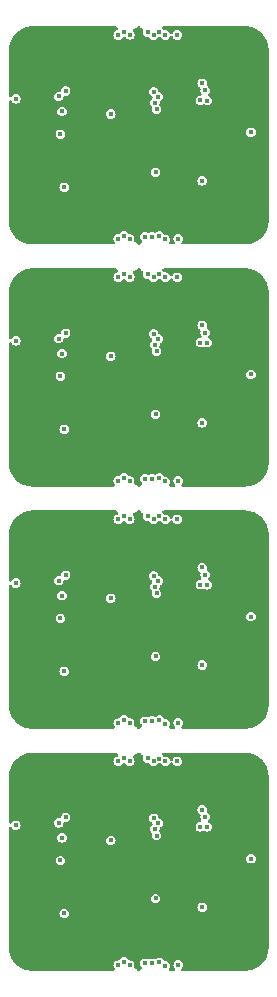
<source format=gbr>
%TF.GenerationSoftware,KiCad,Pcbnew,7.0.2-6a45011f42~172~ubuntu22.04.1*%
%TF.CreationDate,2023-05-08T14:44:33+01:00*%
%TF.ProjectId,panel,70616e65-6c2e-46b6-9963-61645f706362,rev?*%
%TF.SameCoordinates,Original*%
%TF.FileFunction,Copper,L2,Inr*%
%TF.FilePolarity,Positive*%
%FSLAX46Y46*%
G04 Gerber Fmt 4.6, Leading zero omitted, Abs format (unit mm)*
G04 Created by KiCad (PCBNEW 7.0.2-6a45011f42~172~ubuntu22.04.1) date 2023-05-08 14:44:33*
%MOMM*%
%LPD*%
G01*
G04 APERTURE LIST*
%TA.AperFunction,ViaPad*%
%ADD10C,0.400000*%
%TD*%
G04 APERTURE END LIST*
D10*
%TO.N,Board_3-SCLK*%
X19250001Y-69260004D03*
X19130001Y-86340004D03*
%TO.N,Board_3-RESETB*%
X17250001Y-69250004D03*
X11360002Y-77650003D03*
X17227586Y-86509995D03*
%TO.N,Board_3-IN_ref*%
X19420001Y-80870004D03*
X19510001Y-75540004D03*
%TO.N,Board_3-IN5*%
X11220001Y-74460004D03*
X19350001Y-74980004D03*
%TO.N,Board_3-IN4*%
X19660001Y-74490004D03*
X11810001Y-74000004D03*
%TO.N,Board_3-IN3*%
X19260001Y-74060004D03*
%TO.N,Board_3-IN2*%
X23210001Y-74800004D03*
%TO.N,Board_3-IN1*%
X23790001Y-74810004D03*
%TO.N,Board_3-I2C_SDA*%
X16259931Y-86520248D03*
X7600002Y-74660003D03*
X16250001Y-69260004D03*
%TO.N,Board_3-I2C_SCL*%
X16740002Y-86250003D03*
X16739428Y-69010005D03*
%TO.N,Board_3-GND*%
X23510000Y-77000003D03*
X7590002Y-73640003D03*
X19420001Y-81540004D03*
X20750001Y-86284600D03*
X18020002Y-69020003D03*
X11360002Y-81600003D03*
X27380001Y-80250004D03*
X20750001Y-68930004D03*
%TO.N,Board_3-D_RDYB*%
X23360001Y-81600004D03*
X11690001Y-82140004D03*
%TO.N,Board_3-DOUT*%
X21250001Y-69260004D03*
X21340001Y-86500004D03*
%TO.N,Board_3-DIN*%
X20250001Y-69260004D03*
X20240001Y-86560004D03*
%TO.N,Board_3-AUX2*%
X19740001Y-86255226D03*
X19750001Y-69020004D03*
X27500001Y-77500004D03*
%TO.N,Board_3-AUX1*%
X18750001Y-69010004D03*
X23620001Y-73960004D03*
X18530001Y-86350004D03*
%TO.N,Board_3-+3.3V*%
X15640001Y-75950004D03*
X23370001Y-73340004D03*
X11500002Y-75730003D03*
%TO.N,Board_2-SCLK*%
X19130001Y-65840003D03*
X19250001Y-48760003D03*
%TO.N,Board_2-RESETB*%
X11360002Y-57150002D03*
X17227586Y-66009994D03*
X17250001Y-48750003D03*
%TO.N,Board_2-IN_ref*%
X19510001Y-55040003D03*
X19420001Y-60370003D03*
%TO.N,Board_2-IN5*%
X19350001Y-54480003D03*
X11220001Y-53960003D03*
%TO.N,Board_2-IN4*%
X19660001Y-53990003D03*
X11810001Y-53500003D03*
%TO.N,Board_2-IN3*%
X19260001Y-53560003D03*
%TO.N,Board_2-IN2*%
X23210001Y-54300003D03*
%TO.N,Board_2-IN1*%
X23790001Y-54310003D03*
%TO.N,Board_2-I2C_SDA*%
X16259931Y-66020247D03*
X16250001Y-48760003D03*
X7600002Y-54160002D03*
%TO.N,Board_2-I2C_SCL*%
X16739428Y-48510004D03*
X16740002Y-65750002D03*
%TO.N,Board_2-GND*%
X27380001Y-59750003D03*
X18020002Y-48520002D03*
X11360002Y-61100002D03*
X20750001Y-48430003D03*
X23510000Y-56500002D03*
X19420001Y-61040003D03*
X7590002Y-53140002D03*
X20750001Y-65784599D03*
%TO.N,Board_2-D_RDYB*%
X23360001Y-61100003D03*
X11690001Y-61640003D03*
%TO.N,Board_2-DOUT*%
X21340001Y-66000003D03*
X21250001Y-48760003D03*
%TO.N,Board_2-DIN*%
X20240001Y-66060003D03*
X20250001Y-48760003D03*
%TO.N,Board_2-AUX2*%
X27500001Y-57000003D03*
X19750001Y-48520003D03*
X19740001Y-65755225D03*
%TO.N,Board_2-AUX1*%
X18750001Y-48510003D03*
X18530001Y-65850003D03*
X23620001Y-53460003D03*
%TO.N,Board_2-+3.3V*%
X11500002Y-55230002D03*
X15640001Y-55450003D03*
X23370001Y-52840003D03*
%TO.N,Board_1-SCLK*%
X19250001Y-28260002D03*
X19130001Y-45340002D03*
%TO.N,Board_1-RESETB*%
X11360002Y-36650001D03*
X17227586Y-45509993D03*
X17250001Y-28250002D03*
%TO.N,Board_1-IN_ref*%
X19510001Y-34540002D03*
X19420001Y-39870002D03*
%TO.N,Board_1-IN5*%
X19350001Y-33980002D03*
X11220001Y-33460002D03*
%TO.N,Board_1-IN4*%
X19660001Y-33490002D03*
X11810001Y-33000002D03*
%TO.N,Board_1-IN3*%
X19260001Y-33060002D03*
%TO.N,Board_1-IN2*%
X23210001Y-33800002D03*
%TO.N,Board_1-IN1*%
X23790001Y-33810002D03*
%TO.N,Board_1-I2C_SDA*%
X16250001Y-28260002D03*
X7600002Y-33660001D03*
X16259931Y-45520246D03*
%TO.N,Board_1-I2C_SCL*%
X16739428Y-28010003D03*
X16740002Y-45250001D03*
%TO.N,Board_1-GND*%
X20750001Y-27930002D03*
X23510000Y-36000001D03*
X7590002Y-32640001D03*
X20750001Y-45284598D03*
X27380001Y-39250002D03*
X18020002Y-28020001D03*
X11360002Y-40600001D03*
X19420001Y-40540002D03*
%TO.N,Board_1-D_RDYB*%
X11690001Y-41140002D03*
X23360001Y-40600002D03*
%TO.N,Board_1-DOUT*%
X21340001Y-45500002D03*
X21250001Y-28260002D03*
%TO.N,Board_1-DIN*%
X20240001Y-45560002D03*
X20250001Y-28260002D03*
%TO.N,Board_1-AUX2*%
X19750001Y-28020002D03*
X19740001Y-45255224D03*
X27500001Y-36500002D03*
%TO.N,Board_1-AUX1*%
X18750001Y-28010002D03*
X23620001Y-32960002D03*
X18530001Y-45350002D03*
%TO.N,Board_1-+3.3V*%
X23370001Y-32340002D03*
X15640001Y-34950002D03*
X11500002Y-34730001D03*
%TO.N,Board_0-SCLK*%
X19130001Y-24840001D03*
X19250001Y-7760001D03*
%TO.N,Board_0-RESETB*%
X17250001Y-7750001D03*
X11360002Y-16150000D03*
X17227586Y-25009992D03*
%TO.N,Board_0-IN_ref*%
X19510001Y-14040001D03*
X19420001Y-19370001D03*
%TO.N,Board_0-IN5*%
X19350001Y-13480001D03*
X11220001Y-12960001D03*
%TO.N,Board_0-IN4*%
X11810001Y-12500001D03*
X19660001Y-12990001D03*
%TO.N,Board_0-IN3*%
X19260001Y-12560001D03*
%TO.N,Board_0-IN2*%
X23210001Y-13300001D03*
%TO.N,Board_0-IN1*%
X23790001Y-13310001D03*
%TO.N,Board_0-I2C_SDA*%
X16259931Y-25020245D03*
X16250001Y-7760001D03*
X7600002Y-13160000D03*
%TO.N,Board_0-I2C_SCL*%
X16739428Y-7510002D03*
X16740002Y-24750000D03*
%TO.N,Board_0-GND*%
X18020002Y-7520000D03*
X27380001Y-18750001D03*
X20750001Y-24784597D03*
X11360002Y-20100000D03*
X19420001Y-20040001D03*
X7590002Y-12140000D03*
X20750001Y-7430001D03*
X23510000Y-15500000D03*
%TO.N,Board_0-D_RDYB*%
X23360001Y-20100001D03*
X11690001Y-20640001D03*
%TO.N,Board_0-DOUT*%
X21250001Y-7760001D03*
X21340001Y-25000001D03*
%TO.N,Board_0-DIN*%
X20240001Y-25060001D03*
X20250001Y-7760001D03*
%TO.N,Board_0-AUX2*%
X19740001Y-24755223D03*
X19750001Y-7520001D03*
X27500001Y-16000001D03*
%TO.N,Board_0-AUX1*%
X18530001Y-24850001D03*
X23620001Y-12460001D03*
X18750001Y-7510001D03*
%TO.N,Board_0-+3.3V*%
X11500002Y-14230000D03*
X23370001Y-11840001D03*
X15640001Y-14450001D03*
%TD*%
%TA.AperFunction,Conductor*%
%TO.N,Board_2-GND*%
G36*
X18090726Y-48020005D02*
G01*
X18121116Y-48047443D01*
X18153931Y-48088591D01*
X18190121Y-48133972D01*
X18302327Y-48210474D01*
X18302328Y-48210474D01*
X18318019Y-48221172D01*
X18316036Y-48224079D01*
X18348708Y-48245705D01*
X18377326Y-48310678D01*
X18366274Y-48380809D01*
X18364648Y-48384120D01*
X18364356Y-48384693D01*
X18344508Y-48510003D01*
X18364355Y-48635307D01*
X18421952Y-48748347D01*
X18511656Y-48838051D01*
X18511658Y-48838052D01*
X18511659Y-48838053D01*
X18624697Y-48895649D01*
X18750001Y-48915495D01*
X18779629Y-48910802D01*
X18850040Y-48919899D01*
X18904355Y-48965620D01*
X18911609Y-48978048D01*
X18921951Y-48998346D01*
X19011656Y-49088051D01*
X19011658Y-49088052D01*
X19011659Y-49088053D01*
X19124697Y-49145649D01*
X19230154Y-49162351D01*
X19250000Y-49165495D01*
X19250000Y-49165494D01*
X19250001Y-49165495D01*
X19375305Y-49145649D01*
X19488343Y-49088053D01*
X19578051Y-48998345D01*
X19583677Y-48987302D01*
X19632422Y-48935688D01*
X19701336Y-48918619D01*
X19715655Y-48920055D01*
X19750001Y-48925495D01*
X19784345Y-48920055D01*
X19854755Y-48929154D01*
X19909070Y-48974876D01*
X19916321Y-48987298D01*
X19921950Y-48998345D01*
X20011656Y-49088051D01*
X20011658Y-49088052D01*
X20011659Y-49088053D01*
X20124697Y-49145649D01*
X20250001Y-49165495D01*
X20375305Y-49145649D01*
X20488343Y-49088053D01*
X20578051Y-48998345D01*
X20635647Y-48885307D01*
X20635647Y-48885306D01*
X20637734Y-48881211D01*
X20686483Y-48829596D01*
X20755397Y-48812530D01*
X20822599Y-48835431D01*
X20862268Y-48881211D01*
X20864354Y-48885306D01*
X20864355Y-48885307D01*
X20878136Y-48912353D01*
X20921952Y-48998347D01*
X21011656Y-49088051D01*
X21011658Y-49088052D01*
X21011659Y-49088053D01*
X21124697Y-49145649D01*
X21230154Y-49162351D01*
X21250000Y-49165495D01*
X21250000Y-49165494D01*
X21250001Y-49165495D01*
X21375305Y-49145649D01*
X21488343Y-49088053D01*
X21578051Y-48998345D01*
X21635647Y-48885307D01*
X21655493Y-48760003D01*
X21635647Y-48634699D01*
X21578051Y-48521661D01*
X21578050Y-48521660D01*
X21578049Y-48521658D01*
X21488345Y-48431954D01*
X21375305Y-48374357D01*
X21250001Y-48354510D01*
X21124696Y-48374357D01*
X21011656Y-48431954D01*
X20921952Y-48521658D01*
X20862268Y-48638794D01*
X20813519Y-48690409D01*
X20744604Y-48707475D01*
X20677403Y-48684574D01*
X20637734Y-48638794D01*
X20606212Y-48576930D01*
X20578051Y-48521661D01*
X20578050Y-48521660D01*
X20578049Y-48521658D01*
X20488345Y-48431954D01*
X20375305Y-48374357D01*
X20249999Y-48354510D01*
X20215653Y-48359950D01*
X20145242Y-48350850D01*
X20090929Y-48305127D01*
X20083681Y-48292710D01*
X20078051Y-48281661D01*
X20078050Y-48281660D01*
X20078049Y-48281658D01*
X20021988Y-48225597D01*
X19987962Y-48163285D01*
X19993027Y-48092470D01*
X20035574Y-48035634D01*
X20102094Y-48010823D01*
X20111083Y-48010502D01*
X26998200Y-48010502D01*
X27001496Y-48010545D01*
X27005948Y-48010661D01*
X27100828Y-48013144D01*
X27107385Y-48013488D01*
X27204694Y-48021146D01*
X27211183Y-48021828D01*
X27307963Y-48034569D01*
X27314466Y-48035599D01*
X27410409Y-48053382D01*
X27416843Y-48054749D01*
X27511709Y-48077524D01*
X27518057Y-48079225D01*
X27611641Y-48106945D01*
X27617890Y-48108975D01*
X27659834Y-48123829D01*
X27709859Y-48141544D01*
X27716017Y-48143908D01*
X27762868Y-48163314D01*
X27806183Y-48181256D01*
X27812159Y-48183916D01*
X27900255Y-48225935D01*
X27906110Y-48228920D01*
X27991852Y-48275475D01*
X27997563Y-48278772D01*
X28080746Y-48329746D01*
X28086280Y-48333340D01*
X28166668Y-48388590D01*
X28172003Y-48392466D01*
X28249418Y-48451868D01*
X28254544Y-48456019D01*
X28328723Y-48519372D01*
X28333614Y-48523775D01*
X28389626Y-48576930D01*
X28404393Y-48590944D01*
X28409055Y-48595606D01*
X28476204Y-48666365D01*
X28480619Y-48671268D01*
X28543989Y-48745464D01*
X28548141Y-48750591D01*
X28607525Y-48827982D01*
X28611402Y-48833319D01*
X28666658Y-48913717D01*
X28670251Y-48919249D01*
X28721233Y-49002444D01*
X28724531Y-49008156D01*
X28771081Y-49093889D01*
X28774076Y-49099768D01*
X28812525Y-49180379D01*
X28816069Y-49187808D01*
X28818752Y-49193834D01*
X28856092Y-49283982D01*
X28858455Y-49290139D01*
X28891024Y-49382108D01*
X28893063Y-49388383D01*
X28920769Y-49481918D01*
X28922477Y-49488290D01*
X28945250Y-49583146D01*
X28946621Y-49589598D01*
X28964401Y-49685530D01*
X28965433Y-49692046D01*
X28978168Y-49788778D01*
X28978858Y-49795339D01*
X28986512Y-49892599D01*
X28986857Y-49899185D01*
X28989458Y-49998503D01*
X28989501Y-50001802D01*
X28989501Y-64498243D01*
X28989461Y-64501436D01*
X28987023Y-64597600D01*
X28986699Y-64603975D01*
X28979532Y-64698087D01*
X28978886Y-64704438D01*
X28966958Y-64798092D01*
X28965991Y-64804404D01*
X28949329Y-64897359D01*
X28948045Y-64903608D01*
X28926709Y-64995559D01*
X28925109Y-65001741D01*
X28899131Y-65092530D01*
X28897219Y-65098622D01*
X28866688Y-65187942D01*
X28864471Y-65193928D01*
X28829450Y-65281600D01*
X28826933Y-65287466D01*
X28787509Y-65373269D01*
X28784697Y-65379001D01*
X28740982Y-65462688D01*
X28737884Y-65468270D01*
X28689996Y-65549619D01*
X28686619Y-65555037D01*
X28634659Y-65633875D01*
X28631014Y-65639112D01*
X28575138Y-65715207D01*
X28571230Y-65720256D01*
X28549995Y-65746299D01*
X28511551Y-65793446D01*
X28507415Y-65798264D01*
X28460672Y-65850002D01*
X28444101Y-65868343D01*
X28439703Y-65872968D01*
X28372966Y-65939705D01*
X28368340Y-65944103D01*
X28298262Y-66007417D01*
X28293429Y-66011566D01*
X28220260Y-66071227D01*
X28215212Y-66075135D01*
X28139115Y-66131014D01*
X28133876Y-66134660D01*
X28055030Y-66186624D01*
X28049613Y-66190001D01*
X27968260Y-66237891D01*
X27962678Y-66240989D01*
X27878992Y-66284703D01*
X27873259Y-66287515D01*
X27787463Y-66326935D01*
X27781598Y-66329452D01*
X27693926Y-66364473D01*
X27687940Y-66366690D01*
X27598620Y-66397221D01*
X27592528Y-66399133D01*
X27501742Y-66425110D01*
X27495561Y-66426710D01*
X27403610Y-66448047D01*
X27397359Y-66449331D01*
X27304395Y-66465994D01*
X27298084Y-66466961D01*
X27204439Y-66478888D01*
X27198087Y-66479534D01*
X27103973Y-66486701D01*
X27097599Y-66487025D01*
X27001436Y-66489463D01*
X26998243Y-66489503D01*
X21721084Y-66489503D01*
X21652963Y-66469501D01*
X21606470Y-66415845D01*
X21596366Y-66345571D01*
X21625860Y-66280991D01*
X21631989Y-66274408D01*
X21668049Y-66238347D01*
X21668049Y-66238346D01*
X21668051Y-66238345D01*
X21725647Y-66125307D01*
X21745493Y-66000003D01*
X21725647Y-65874699D01*
X21668051Y-65761661D01*
X21668050Y-65761660D01*
X21668049Y-65761658D01*
X21578345Y-65671954D01*
X21465305Y-65614357D01*
X21340000Y-65594510D01*
X21214696Y-65614357D01*
X21101656Y-65671954D01*
X21011952Y-65761658D01*
X20954355Y-65874698D01*
X20934508Y-66000003D01*
X20954355Y-66125307D01*
X21011952Y-66238347D01*
X21048013Y-66274408D01*
X21082039Y-66336720D01*
X21076974Y-66407535D01*
X21034427Y-66464371D01*
X20967907Y-66489182D01*
X20958918Y-66489503D01*
X20676265Y-66489503D01*
X20608144Y-66469501D01*
X20561651Y-66415845D01*
X20551547Y-66345571D01*
X20563998Y-66306300D01*
X20589099Y-66257036D01*
X20625647Y-66185307D01*
X20645493Y-66060003D01*
X20625647Y-65934699D01*
X20568051Y-65821661D01*
X20568050Y-65821660D01*
X20568049Y-65821658D01*
X20478345Y-65731954D01*
X20365305Y-65674357D01*
X20240001Y-65654511D01*
X20239998Y-65654511D01*
X20239997Y-65654511D01*
X20236189Y-65655114D01*
X20165779Y-65646010D01*
X20111468Y-65600285D01*
X20104219Y-65587867D01*
X20099503Y-65578611D01*
X20068051Y-65516883D01*
X20068050Y-65516882D01*
X20068049Y-65516880D01*
X19978345Y-65427176D01*
X19865305Y-65369579D01*
X19740001Y-65349732D01*
X19614696Y-65369579D01*
X19501656Y-65427176D01*
X19465229Y-65463604D01*
X19402917Y-65497630D01*
X19332102Y-65492565D01*
X19318931Y-65486776D01*
X19255305Y-65454357D01*
X19130001Y-65434510D01*
X19004696Y-65454357D01*
X18877391Y-65519223D01*
X18807614Y-65532327D01*
X18762985Y-65519223D01*
X18655305Y-65464357D01*
X18530000Y-65444510D01*
X18404696Y-65464357D01*
X18291656Y-65521954D01*
X18201952Y-65611658D01*
X18144355Y-65724698D01*
X18124508Y-65850002D01*
X18144355Y-65975307D01*
X18201952Y-66088347D01*
X18251405Y-66137800D01*
X18285431Y-66200112D01*
X18280366Y-66270927D01*
X18248012Y-66319259D01*
X18143806Y-66415947D01*
X18131650Y-66437003D01*
X18080267Y-66485997D01*
X18022531Y-66500003D01*
X17977396Y-66500003D01*
X17909275Y-66480001D01*
X17878887Y-66452565D01*
X17809880Y-66366033D01*
X17809327Y-66365656D01*
X17754174Y-66328053D01*
X17697674Y-66289531D01*
X17697672Y-66289530D01*
X17686903Y-66282188D01*
X17639074Y-66250520D01*
X17610465Y-66185543D01*
X17610966Y-66149603D01*
X17613610Y-66132914D01*
X17633078Y-66009994D01*
X17631495Y-66000002D01*
X17624920Y-65958489D01*
X17613232Y-65884690D01*
X17555636Y-65771652D01*
X17555635Y-65771651D01*
X17555634Y-65771649D01*
X17465930Y-65681945D01*
X17352890Y-65624348D01*
X17227581Y-65604501D01*
X17214150Y-65606628D01*
X17143740Y-65597527D01*
X17089427Y-65551803D01*
X17082177Y-65539382D01*
X17073297Y-65521954D01*
X17068052Y-65511660D01*
X17068051Y-65511659D01*
X17068050Y-65511657D01*
X16978346Y-65421953D01*
X16865306Y-65364356D01*
X16740002Y-65344509D01*
X16614697Y-65364356D01*
X16501657Y-65421953D01*
X16411951Y-65511659D01*
X16393552Y-65547770D01*
X16344804Y-65599385D01*
X16275889Y-65616450D01*
X16261577Y-65615015D01*
X16259932Y-65614754D01*
X16134626Y-65634601D01*
X16021586Y-65692198D01*
X15931882Y-65781902D01*
X15874285Y-65894942D01*
X15854438Y-66020247D01*
X15874285Y-66145551D01*
X15931882Y-66258591D01*
X15947699Y-66274408D01*
X15981725Y-66336720D01*
X15976660Y-66407535D01*
X15934113Y-66464371D01*
X15867593Y-66489182D01*
X15858604Y-66489503D01*
X9001760Y-66489503D01*
X8998567Y-66489463D01*
X8902401Y-66487025D01*
X8896026Y-66486701D01*
X8801914Y-66479534D01*
X8795563Y-66478888D01*
X8701909Y-66466960D01*
X8695597Y-66465993D01*
X8602642Y-66449331D01*
X8596393Y-66448047D01*
X8504442Y-66426711D01*
X8498260Y-66425111D01*
X8407471Y-66399133D01*
X8401379Y-66397221D01*
X8312059Y-66366690D01*
X8306073Y-66364473D01*
X8218401Y-66329452D01*
X8212535Y-66326935D01*
X8126732Y-66287511D01*
X8121000Y-66284699D01*
X8037313Y-66240984D01*
X8031731Y-66237886D01*
X7950382Y-66189998D01*
X7944964Y-66186621D01*
X7866126Y-66134661D01*
X7860889Y-66131016D01*
X7834168Y-66111395D01*
X7784782Y-66075131D01*
X7779755Y-66071240D01*
X7706535Y-66011537D01*
X7701756Y-66007434D01*
X7631639Y-65944085D01*
X7627033Y-65939705D01*
X7560296Y-65872968D01*
X7555917Y-65868363D01*
X7492564Y-65798242D01*
X7488448Y-65793446D01*
X7428764Y-65720249D01*
X7424881Y-65715234D01*
X7368978Y-65639104D01*
X7365341Y-65633878D01*
X7313377Y-65555032D01*
X7310007Y-65549627D01*
X7262106Y-65468255D01*
X7259012Y-65462680D01*
X7218653Y-65385416D01*
X7215294Y-65378987D01*
X7212486Y-65373261D01*
X7208394Y-65364356D01*
X7173066Y-65287465D01*
X7170549Y-65281600D01*
X7137947Y-65199985D01*
X7135528Y-65193928D01*
X7133311Y-65187942D01*
X7102771Y-65098594D01*
X7100868Y-65092530D01*
X7076092Y-65005940D01*
X7074885Y-65001723D01*
X7073291Y-64995563D01*
X7051954Y-64903612D01*
X7050670Y-64897361D01*
X7034007Y-64804397D01*
X7033040Y-64798086D01*
X7021243Y-64705463D01*
X7021111Y-64704420D01*
X7020469Y-64698107D01*
X7013298Y-64603940D01*
X7012975Y-64597582D01*
X7010540Y-64501439D01*
X7010500Y-64498249D01*
X7010500Y-61640003D01*
X11284508Y-61640003D01*
X11304355Y-61765307D01*
X11361952Y-61878347D01*
X11451656Y-61968051D01*
X11451658Y-61968052D01*
X11451659Y-61968053D01*
X11564697Y-62025649D01*
X11690001Y-62045495D01*
X11815305Y-62025649D01*
X11928343Y-61968053D01*
X12018051Y-61878345D01*
X12075647Y-61765307D01*
X12095493Y-61640003D01*
X12075647Y-61514699D01*
X12018051Y-61401661D01*
X12018050Y-61401660D01*
X12018049Y-61401658D01*
X11928345Y-61311954D01*
X11815305Y-61254357D01*
X11690001Y-61234510D01*
X11564696Y-61254357D01*
X11451656Y-61311954D01*
X11361952Y-61401658D01*
X11304355Y-61514698D01*
X11284508Y-61640003D01*
X7010500Y-61640003D01*
X7010500Y-61100003D01*
X22954508Y-61100003D01*
X22974355Y-61225307D01*
X23031952Y-61338347D01*
X23121656Y-61428051D01*
X23121658Y-61428052D01*
X23121659Y-61428053D01*
X23234697Y-61485649D01*
X23340153Y-61502351D01*
X23360000Y-61505495D01*
X23360000Y-61505494D01*
X23360001Y-61505495D01*
X23485305Y-61485649D01*
X23598343Y-61428053D01*
X23688051Y-61338345D01*
X23745647Y-61225307D01*
X23765493Y-61100003D01*
X23745647Y-60974699D01*
X23688051Y-60861661D01*
X23688050Y-60861660D01*
X23688049Y-60861658D01*
X23598345Y-60771954D01*
X23485305Y-60714357D01*
X23360001Y-60694510D01*
X23234696Y-60714357D01*
X23121656Y-60771954D01*
X23031952Y-60861658D01*
X22974355Y-60974698D01*
X22954508Y-61100003D01*
X7010500Y-61100003D01*
X7010500Y-60370002D01*
X19014508Y-60370002D01*
X19034355Y-60495307D01*
X19091952Y-60608347D01*
X19181656Y-60698051D01*
X19181658Y-60698052D01*
X19181659Y-60698053D01*
X19294697Y-60755649D01*
X19397644Y-60771954D01*
X19420000Y-60775495D01*
X19420000Y-60775494D01*
X19420001Y-60775495D01*
X19545305Y-60755649D01*
X19658343Y-60698053D01*
X19748051Y-60608345D01*
X19805647Y-60495307D01*
X19825493Y-60370003D01*
X19805647Y-60244699D01*
X19748051Y-60131661D01*
X19748050Y-60131660D01*
X19748049Y-60131658D01*
X19658345Y-60041954D01*
X19545305Y-59984357D01*
X19420001Y-59964510D01*
X19294696Y-59984357D01*
X19181656Y-60041954D01*
X19091952Y-60131658D01*
X19034355Y-60244698D01*
X19014508Y-60370002D01*
X7010500Y-60370002D01*
X7010500Y-57150002D01*
X10954509Y-57150002D01*
X10974356Y-57275306D01*
X11031953Y-57388346D01*
X11121657Y-57478050D01*
X11121659Y-57478051D01*
X11121660Y-57478052D01*
X11234698Y-57535648D01*
X11360002Y-57555494D01*
X11485306Y-57535648D01*
X11598344Y-57478052D01*
X11688052Y-57388344D01*
X11745648Y-57275306D01*
X11765494Y-57150002D01*
X11745648Y-57024698D01*
X11733065Y-57000002D01*
X27094508Y-57000002D01*
X27114355Y-57125307D01*
X27171952Y-57238347D01*
X27261656Y-57328051D01*
X27261658Y-57328052D01*
X27261659Y-57328053D01*
X27374697Y-57385649D01*
X27480153Y-57402351D01*
X27500000Y-57405495D01*
X27500000Y-57405494D01*
X27500001Y-57405495D01*
X27625305Y-57385649D01*
X27738343Y-57328053D01*
X27828051Y-57238345D01*
X27885647Y-57125307D01*
X27905493Y-57000003D01*
X27885647Y-56874699D01*
X27828051Y-56761661D01*
X27828050Y-56761660D01*
X27828049Y-56761658D01*
X27738345Y-56671954D01*
X27625305Y-56614357D01*
X27500001Y-56594510D01*
X27374696Y-56614357D01*
X27261656Y-56671954D01*
X27171952Y-56761658D01*
X27114355Y-56874698D01*
X27094508Y-57000002D01*
X11733065Y-57000002D01*
X11688052Y-56911660D01*
X11688051Y-56911659D01*
X11688050Y-56911657D01*
X11598346Y-56821953D01*
X11485306Y-56764356D01*
X11360002Y-56744509D01*
X11234697Y-56764356D01*
X11121657Y-56821953D01*
X11031953Y-56911657D01*
X10974356Y-57024697D01*
X10954509Y-57150002D01*
X7010500Y-57150002D01*
X7010500Y-55230002D01*
X11094509Y-55230002D01*
X11114356Y-55355306D01*
X11171953Y-55468346D01*
X11261657Y-55558050D01*
X11261659Y-55558051D01*
X11261660Y-55558052D01*
X11374698Y-55615648D01*
X11500002Y-55635494D01*
X11625306Y-55615648D01*
X11738344Y-55558052D01*
X11828052Y-55468344D01*
X11837398Y-55450002D01*
X15234508Y-55450002D01*
X15254355Y-55575307D01*
X15311952Y-55688347D01*
X15401656Y-55778051D01*
X15401658Y-55778052D01*
X15401659Y-55778053D01*
X15514697Y-55835649D01*
X15620153Y-55852351D01*
X15640000Y-55855495D01*
X15640000Y-55855494D01*
X15640001Y-55855495D01*
X15765305Y-55835649D01*
X15878343Y-55778053D01*
X15968051Y-55688345D01*
X16025647Y-55575307D01*
X16045493Y-55450003D01*
X16025647Y-55324699D01*
X15968051Y-55211661D01*
X15968050Y-55211660D01*
X15968049Y-55211658D01*
X15878345Y-55121954D01*
X15765305Y-55064357D01*
X15640001Y-55044510D01*
X15514696Y-55064357D01*
X15401656Y-55121954D01*
X15311952Y-55211658D01*
X15254355Y-55324698D01*
X15234508Y-55450002D01*
X11837398Y-55450002D01*
X11885648Y-55355306D01*
X11905494Y-55230002D01*
X11885648Y-55104698D01*
X11828052Y-54991660D01*
X11828051Y-54991659D01*
X11828050Y-54991657D01*
X11738346Y-54901953D01*
X11625306Y-54844356D01*
X11500002Y-54824509D01*
X11374697Y-54844356D01*
X11261657Y-54901953D01*
X11171953Y-54991657D01*
X11114356Y-55104697D01*
X11094509Y-55230002D01*
X7010500Y-55230002D01*
X7010500Y-54410044D01*
X7030502Y-54341923D01*
X7084158Y-54295430D01*
X7154432Y-54285326D01*
X7219012Y-54314820D01*
X7248767Y-54352841D01*
X7271953Y-54398346D01*
X7361657Y-54488050D01*
X7361659Y-54488051D01*
X7361660Y-54488052D01*
X7474698Y-54545648D01*
X7600002Y-54565494D01*
X7725306Y-54545648D01*
X7838344Y-54488052D01*
X7928052Y-54398344D01*
X7985648Y-54285306D01*
X8005494Y-54160002D01*
X7985648Y-54034698D01*
X7947589Y-53960003D01*
X10814508Y-53960003D01*
X10834355Y-54085307D01*
X10891952Y-54198347D01*
X10981656Y-54288051D01*
X10981658Y-54288052D01*
X10981659Y-54288053D01*
X11094697Y-54345649D01*
X11220001Y-54365495D01*
X11345305Y-54345649D01*
X11458343Y-54288053D01*
X11548051Y-54198345D01*
X11605647Y-54085307D01*
X11618719Y-54002768D01*
X11649131Y-53938617D01*
X11709399Y-53901090D01*
X11762876Y-53898031D01*
X11810001Y-53905495D01*
X11935305Y-53885649D01*
X12048343Y-53828053D01*
X12138051Y-53738345D01*
X12195647Y-53625307D01*
X12205990Y-53560002D01*
X18854508Y-53560002D01*
X18874355Y-53685307D01*
X18931952Y-53798347D01*
X19021657Y-53888052D01*
X19021659Y-53888053D01*
X19105288Y-53930664D01*
X19156904Y-53979412D01*
X19173970Y-54048327D01*
X19151070Y-54115528D01*
X19125561Y-54137632D01*
X19125770Y-54137841D01*
X19021952Y-54241658D01*
X18964355Y-54354698D01*
X18944508Y-54480003D01*
X18964355Y-54605307D01*
X19021952Y-54718347D01*
X19091803Y-54788198D01*
X19125829Y-54850510D01*
X19127157Y-54897003D01*
X19104508Y-55040002D01*
X19124355Y-55165307D01*
X19181952Y-55278347D01*
X19271656Y-55368051D01*
X19271658Y-55368052D01*
X19271659Y-55368053D01*
X19384697Y-55425649D01*
X19510001Y-55445495D01*
X19635305Y-55425649D01*
X19748343Y-55368053D01*
X19838051Y-55278345D01*
X19895647Y-55165307D01*
X19915493Y-55040003D01*
X19895647Y-54914699D01*
X19838051Y-54801661D01*
X19838050Y-54801660D01*
X19838049Y-54801658D01*
X19768198Y-54731807D01*
X19734172Y-54669495D01*
X19732844Y-54623001D01*
X19741953Y-54565494D01*
X19755493Y-54480003D01*
X19758615Y-54460292D01*
X19760281Y-54460555D01*
X19765845Y-54417503D01*
X19811567Y-54363189D01*
X19823987Y-54355939D01*
X19898343Y-54318053D01*
X19916393Y-54300003D01*
X22804508Y-54300003D01*
X22824355Y-54425307D01*
X22881952Y-54538347D01*
X22971656Y-54628051D01*
X22971658Y-54628052D01*
X22971659Y-54628053D01*
X23084697Y-54685649D01*
X23210001Y-54705495D01*
X23335305Y-54685649D01*
X23432986Y-54635877D01*
X23502761Y-54622774D01*
X23547391Y-54635878D01*
X23551658Y-54638052D01*
X23551659Y-54638053D01*
X23664697Y-54695649D01*
X23790001Y-54715495D01*
X23915305Y-54695649D01*
X24028343Y-54638053D01*
X24118051Y-54548345D01*
X24175647Y-54435307D01*
X24195493Y-54310003D01*
X24175647Y-54184699D01*
X24118051Y-54071661D01*
X24118050Y-54071660D01*
X24118049Y-54071658D01*
X24028343Y-53981952D01*
X23941795Y-53937853D01*
X23890180Y-53889105D01*
X23873115Y-53820190D01*
X23896016Y-53752988D01*
X23909898Y-53736497D01*
X23948051Y-53698345D01*
X24005647Y-53585307D01*
X24025493Y-53460003D01*
X24005647Y-53334699D01*
X23948051Y-53221661D01*
X23948050Y-53221660D01*
X23948049Y-53221658D01*
X23858345Y-53131954D01*
X23820459Y-53112650D01*
X23768844Y-53063901D01*
X23751778Y-52994986D01*
X23753213Y-52980672D01*
X23775493Y-52840002D01*
X23772349Y-52820155D01*
X23755647Y-52714699D01*
X23698051Y-52601661D01*
X23698050Y-52601660D01*
X23698049Y-52601658D01*
X23608345Y-52511954D01*
X23495305Y-52454357D01*
X23370001Y-52434510D01*
X23244696Y-52454357D01*
X23131656Y-52511954D01*
X23041952Y-52601658D01*
X22984355Y-52714698D01*
X22964508Y-52840003D01*
X22984355Y-52965307D01*
X23041952Y-53078347D01*
X23131657Y-53168052D01*
X23169541Y-53187355D01*
X23221157Y-53236103D01*
X23238223Y-53305018D01*
X23236788Y-53319332D01*
X23214508Y-53460002D01*
X23224231Y-53521389D01*
X23234355Y-53585307D01*
X23291950Y-53698344D01*
X23299586Y-53713329D01*
X23312690Y-53783106D01*
X23285990Y-53848890D01*
X23227963Y-53889797D01*
X23207030Y-53894981D01*
X23084696Y-53914357D01*
X22971656Y-53971954D01*
X22881952Y-54061658D01*
X22824355Y-54174698D01*
X22804508Y-54300003D01*
X19916393Y-54300003D01*
X19988051Y-54228345D01*
X20045647Y-54115307D01*
X20065493Y-53990003D01*
X20045647Y-53864699D01*
X19988051Y-53751661D01*
X19988050Y-53751660D01*
X19988049Y-53751658D01*
X19898345Y-53661954D01*
X19785305Y-53604357D01*
X19760032Y-53600354D01*
X19695879Y-53569941D01*
X19658353Y-53509672D01*
X19655295Y-53495615D01*
X19645647Y-53434699D01*
X19588051Y-53321661D01*
X19588050Y-53321660D01*
X19588049Y-53321658D01*
X19498345Y-53231954D01*
X19385305Y-53174357D01*
X19260001Y-53154510D01*
X19134696Y-53174357D01*
X19021656Y-53231954D01*
X18931952Y-53321658D01*
X18874355Y-53434698D01*
X18854508Y-53560002D01*
X12205990Y-53560002D01*
X12215493Y-53500003D01*
X12195647Y-53374699D01*
X12138051Y-53261661D01*
X12138050Y-53261660D01*
X12138049Y-53261658D01*
X12048345Y-53171954D01*
X11935305Y-53114357D01*
X11810001Y-53094510D01*
X11684696Y-53114357D01*
X11571656Y-53171954D01*
X11481952Y-53261658D01*
X11424355Y-53374698D01*
X11411282Y-53457236D01*
X11380869Y-53521389D01*
X11320601Y-53558916D01*
X11267123Y-53561974D01*
X11220001Y-53554510D01*
X11094696Y-53574357D01*
X10981656Y-53631954D01*
X10891952Y-53721658D01*
X10834355Y-53834698D01*
X10814508Y-53960003D01*
X7947589Y-53960003D01*
X7928052Y-53921660D01*
X7928051Y-53921659D01*
X7928050Y-53921657D01*
X7838346Y-53831953D01*
X7725306Y-53774356D01*
X7600002Y-53754509D01*
X7474697Y-53774356D01*
X7361657Y-53831953D01*
X7271951Y-53921659D01*
X7248766Y-53967163D01*
X7200018Y-54018778D01*
X7131103Y-54035843D01*
X7063901Y-54012942D01*
X7019749Y-53957344D01*
X7010500Y-53909959D01*
X7010500Y-50001802D01*
X7010543Y-49998506D01*
X7013142Y-49899188D01*
X7013143Y-49899185D01*
X7013142Y-49899169D01*
X7013487Y-49892599D01*
X7021144Y-49795302D01*
X7021826Y-49788817D01*
X7034568Y-49692031D01*
X7035598Y-49685530D01*
X7035939Y-49683691D01*
X7053381Y-49589582D01*
X7054749Y-49583147D01*
X7054750Y-49583146D01*
X7077526Y-49488274D01*
X7079230Y-49481919D01*
X7106948Y-49388345D01*
X7108961Y-49382148D01*
X7141554Y-49290108D01*
X7143907Y-49283982D01*
X7181256Y-49193812D01*
X7183907Y-49187857D01*
X7225942Y-49099730D01*
X7228919Y-49093890D01*
X7275474Y-49008148D01*
X7278767Y-49002444D01*
X7329752Y-48919241D01*
X7333339Y-48913720D01*
X7333342Y-48913717D01*
X7388598Y-48833319D01*
X7392465Y-48827996D01*
X7399930Y-48818268D01*
X7451876Y-48750569D01*
X7456020Y-48745454D01*
X7519379Y-48671270D01*
X7523779Y-48666382D01*
X7590962Y-48595586D01*
X7595606Y-48590944D01*
X7610252Y-48577046D01*
X7666375Y-48523787D01*
X7671261Y-48519385D01*
X7745484Y-48455993D01*
X7750565Y-48451878D01*
X7828033Y-48392436D01*
X7833297Y-48388612D01*
X7913749Y-48333319D01*
X7919228Y-48329761D01*
X8002449Y-48278764D01*
X8008146Y-48275476D01*
X8093888Y-48228921D01*
X8099728Y-48225944D01*
X8187855Y-48183909D01*
X8193810Y-48181258D01*
X8283999Y-48143901D01*
X8290106Y-48141556D01*
X8382146Y-48108963D01*
X8388343Y-48106950D01*
X8481934Y-48079227D01*
X8488263Y-48077530D01*
X8583169Y-48054745D01*
X8589579Y-48053383D01*
X8685543Y-48035597D01*
X8692029Y-48034570D01*
X8788815Y-48021828D01*
X8795300Y-48021146D01*
X8892615Y-48013488D01*
X8899169Y-48013144D01*
X8994276Y-48010655D01*
X8998504Y-48010545D01*
X9001800Y-48010502D01*
X16030979Y-48010502D01*
X16099100Y-48030504D01*
X16129489Y-48057941D01*
X16175706Y-48115895D01*
X16190122Y-48133972D01*
X16201533Y-48141752D01*
X16246549Y-48196653D01*
X16254738Y-48267175D01*
X16223499Y-48330930D01*
X16162751Y-48367675D01*
X16150266Y-48370307D01*
X16124696Y-48374357D01*
X16011656Y-48431954D01*
X15921952Y-48521658D01*
X15864355Y-48634698D01*
X15844508Y-48760003D01*
X15864355Y-48885307D01*
X15921952Y-48998347D01*
X16011656Y-49088051D01*
X16011658Y-49088052D01*
X16011659Y-49088053D01*
X16124697Y-49145649D01*
X16250001Y-49165495D01*
X16375305Y-49145649D01*
X16488343Y-49088053D01*
X16578051Y-48998345D01*
X16587601Y-48979599D01*
X16636348Y-48927984D01*
X16705263Y-48910916D01*
X16719582Y-48912353D01*
X16739424Y-48915496D01*
X16739425Y-48915495D01*
X16739428Y-48915496D01*
X16783558Y-48908506D01*
X16853966Y-48917605D01*
X16908281Y-48963326D01*
X16915533Y-48975750D01*
X16921951Y-48988346D01*
X17011656Y-49078051D01*
X17011658Y-49078052D01*
X17011659Y-49078053D01*
X17124697Y-49135649D01*
X17230154Y-49152351D01*
X17250000Y-49155495D01*
X17250000Y-49155494D01*
X17250001Y-49155495D01*
X17375305Y-49135649D01*
X17488343Y-49078053D01*
X17578051Y-48988345D01*
X17635647Y-48875307D01*
X17655493Y-48750003D01*
X17635647Y-48624699D01*
X17578051Y-48511661D01*
X17578050Y-48511660D01*
X17578049Y-48511658D01*
X17521787Y-48455396D01*
X17487761Y-48393084D01*
X17492826Y-48322269D01*
X17535373Y-48265433D01*
X17592101Y-48241708D01*
X17634288Y-48235350D01*
X17756643Y-48176427D01*
X17856195Y-48084057D01*
X17868351Y-48063003D01*
X17919733Y-48014010D01*
X17977470Y-48000003D01*
X18022605Y-48000003D01*
X18090726Y-48020005D01*
G37*
%TD.AperFunction*%
%TD*%
%TA.AperFunction,Conductor*%
%TO.N,Board_1-GND*%
G36*
X18090726Y-27520004D02*
G01*
X18121116Y-27547442D01*
X18153931Y-27588590D01*
X18190121Y-27633971D01*
X18302327Y-27710473D01*
X18302328Y-27710473D01*
X18318019Y-27721171D01*
X18316036Y-27724078D01*
X18348708Y-27745704D01*
X18377326Y-27810677D01*
X18366274Y-27880808D01*
X18364648Y-27884119D01*
X18364356Y-27884692D01*
X18344508Y-28010001D01*
X18364355Y-28135306D01*
X18421952Y-28248346D01*
X18511656Y-28338050D01*
X18511658Y-28338051D01*
X18511659Y-28338052D01*
X18624697Y-28395648D01*
X18750001Y-28415494D01*
X18779629Y-28410801D01*
X18850040Y-28419898D01*
X18904355Y-28465619D01*
X18911609Y-28478047D01*
X18921951Y-28498345D01*
X19011656Y-28588050D01*
X19011658Y-28588051D01*
X19011659Y-28588052D01*
X19124697Y-28645648D01*
X19250001Y-28665494D01*
X19375305Y-28645648D01*
X19488343Y-28588052D01*
X19578051Y-28498344D01*
X19583677Y-28487301D01*
X19632422Y-28435687D01*
X19701336Y-28418618D01*
X19715655Y-28420054D01*
X19750001Y-28425494D01*
X19784345Y-28420054D01*
X19854755Y-28429153D01*
X19909070Y-28474875D01*
X19916321Y-28487297D01*
X19921950Y-28498344D01*
X20011656Y-28588050D01*
X20011658Y-28588051D01*
X20011659Y-28588052D01*
X20124697Y-28645648D01*
X20250001Y-28665494D01*
X20375305Y-28645648D01*
X20488343Y-28588052D01*
X20578051Y-28498344D01*
X20635647Y-28385306D01*
X20635647Y-28385305D01*
X20637734Y-28381210D01*
X20686483Y-28329595D01*
X20755397Y-28312529D01*
X20822599Y-28335430D01*
X20862268Y-28381210D01*
X20864354Y-28385305D01*
X20864355Y-28385306D01*
X20878136Y-28412352D01*
X20921952Y-28498346D01*
X21011656Y-28588050D01*
X21011658Y-28588051D01*
X21011659Y-28588052D01*
X21124697Y-28645648D01*
X21250001Y-28665494D01*
X21375305Y-28645648D01*
X21488343Y-28588052D01*
X21578051Y-28498344D01*
X21635647Y-28385306D01*
X21655493Y-28260002D01*
X21635647Y-28134698D01*
X21578051Y-28021660D01*
X21578050Y-28021659D01*
X21578049Y-28021657D01*
X21488345Y-27931953D01*
X21375305Y-27874356D01*
X21250001Y-27854509D01*
X21124696Y-27874356D01*
X21011656Y-27931953D01*
X20921952Y-28021657D01*
X20862268Y-28138793D01*
X20813519Y-28190408D01*
X20744604Y-28207474D01*
X20677403Y-28184573D01*
X20637734Y-28138793D01*
X20606212Y-28076929D01*
X20578051Y-28021660D01*
X20578050Y-28021659D01*
X20578049Y-28021657D01*
X20488345Y-27931953D01*
X20375305Y-27874356D01*
X20249999Y-27854509D01*
X20215653Y-27859949D01*
X20145242Y-27850849D01*
X20090929Y-27805126D01*
X20083681Y-27792709D01*
X20078051Y-27781660D01*
X20078050Y-27781659D01*
X20078049Y-27781657D01*
X20021988Y-27725596D01*
X19987962Y-27663284D01*
X19993027Y-27592469D01*
X20035574Y-27535633D01*
X20102094Y-27510822D01*
X20111083Y-27510501D01*
X26998200Y-27510501D01*
X27001496Y-27510544D01*
X27005948Y-27510660D01*
X27100828Y-27513143D01*
X27107385Y-27513487D01*
X27204694Y-27521145D01*
X27211183Y-27521827D01*
X27307963Y-27534568D01*
X27314466Y-27535598D01*
X27410409Y-27553381D01*
X27416843Y-27554748D01*
X27511709Y-27577523D01*
X27518057Y-27579224D01*
X27611641Y-27606944D01*
X27617890Y-27608974D01*
X27659834Y-27623828D01*
X27709859Y-27641543D01*
X27716017Y-27643907D01*
X27762868Y-27663313D01*
X27806183Y-27681255D01*
X27812159Y-27683915D01*
X27900255Y-27725934D01*
X27906110Y-27728919D01*
X27991852Y-27775474D01*
X27997563Y-27778771D01*
X28080746Y-27829745D01*
X28086280Y-27833339D01*
X28166668Y-27888589D01*
X28172003Y-27892465D01*
X28249418Y-27951867D01*
X28254544Y-27956018D01*
X28328723Y-28019371D01*
X28333614Y-28023774D01*
X28389626Y-28076929D01*
X28404393Y-28090943D01*
X28409055Y-28095605D01*
X28476204Y-28166364D01*
X28480619Y-28171267D01*
X28543989Y-28245463D01*
X28548141Y-28250590D01*
X28607525Y-28327981D01*
X28611402Y-28333318D01*
X28666658Y-28413716D01*
X28670251Y-28419248D01*
X28721233Y-28502443D01*
X28724531Y-28508155D01*
X28771081Y-28593888D01*
X28774076Y-28599767D01*
X28812525Y-28680378D01*
X28816069Y-28687807D01*
X28818752Y-28693833D01*
X28856092Y-28783981D01*
X28858455Y-28790138D01*
X28891024Y-28882107D01*
X28893063Y-28888382D01*
X28920769Y-28981917D01*
X28922477Y-28988289D01*
X28945250Y-29083145D01*
X28946621Y-29089597D01*
X28964401Y-29185529D01*
X28965433Y-29192045D01*
X28978168Y-29288777D01*
X28978858Y-29295338D01*
X28986512Y-29392598D01*
X28986857Y-29399184D01*
X28989458Y-29498502D01*
X28989501Y-29501801D01*
X28989501Y-43998242D01*
X28989461Y-44001435D01*
X28987023Y-44097599D01*
X28986699Y-44103974D01*
X28979532Y-44198086D01*
X28978886Y-44204437D01*
X28966958Y-44298091D01*
X28965991Y-44304403D01*
X28949329Y-44397358D01*
X28948045Y-44403607D01*
X28926709Y-44495558D01*
X28925109Y-44501740D01*
X28899131Y-44592529D01*
X28897219Y-44598621D01*
X28866688Y-44687941D01*
X28864471Y-44693927D01*
X28829450Y-44781599D01*
X28826933Y-44787465D01*
X28787509Y-44873268D01*
X28784697Y-44879000D01*
X28740982Y-44962687D01*
X28737884Y-44968269D01*
X28689996Y-45049618D01*
X28686619Y-45055036D01*
X28634659Y-45133874D01*
X28631014Y-45139111D01*
X28575138Y-45215206D01*
X28571230Y-45220255D01*
X28549995Y-45246298D01*
X28511551Y-45293445D01*
X28507415Y-45298263D01*
X28460671Y-45350002D01*
X28444101Y-45368342D01*
X28439703Y-45372967D01*
X28372966Y-45439704D01*
X28368340Y-45444102D01*
X28298262Y-45507416D01*
X28293429Y-45511565D01*
X28220260Y-45571226D01*
X28215212Y-45575134D01*
X28139115Y-45631013D01*
X28133876Y-45634659D01*
X28055030Y-45686623D01*
X28049613Y-45690000D01*
X27968260Y-45737890D01*
X27962678Y-45740988D01*
X27878992Y-45784702D01*
X27873259Y-45787514D01*
X27787463Y-45826934D01*
X27781598Y-45829451D01*
X27693926Y-45864472D01*
X27687940Y-45866689D01*
X27598620Y-45897220D01*
X27592528Y-45899132D01*
X27501742Y-45925109D01*
X27495561Y-45926709D01*
X27403610Y-45948046D01*
X27397359Y-45949330D01*
X27304395Y-45965993D01*
X27298084Y-45966960D01*
X27204439Y-45978887D01*
X27198087Y-45979533D01*
X27103973Y-45986700D01*
X27097599Y-45987024D01*
X27001436Y-45989462D01*
X26998243Y-45989502D01*
X21721084Y-45989502D01*
X21652963Y-45969500D01*
X21606470Y-45915844D01*
X21596366Y-45845570D01*
X21625860Y-45780990D01*
X21631989Y-45774407D01*
X21668049Y-45738346D01*
X21668049Y-45738345D01*
X21668051Y-45738344D01*
X21725647Y-45625306D01*
X21745493Y-45500002D01*
X21725647Y-45374698D01*
X21668051Y-45261660D01*
X21668050Y-45261659D01*
X21668049Y-45261657D01*
X21578345Y-45171953D01*
X21465305Y-45114356D01*
X21340001Y-45094509D01*
X21214696Y-45114356D01*
X21101656Y-45171953D01*
X21011952Y-45261657D01*
X20954355Y-45374697D01*
X20934508Y-45500001D01*
X20954355Y-45625306D01*
X21011952Y-45738346D01*
X21048013Y-45774407D01*
X21082039Y-45836719D01*
X21076974Y-45907534D01*
X21034427Y-45964370D01*
X20967907Y-45989181D01*
X20958918Y-45989502D01*
X20676265Y-45989502D01*
X20608144Y-45969500D01*
X20561651Y-45915844D01*
X20551547Y-45845570D01*
X20563998Y-45806299D01*
X20589099Y-45757035D01*
X20625647Y-45685306D01*
X20645493Y-45560002D01*
X20625647Y-45434698D01*
X20568051Y-45321660D01*
X20568050Y-45321659D01*
X20568049Y-45321657D01*
X20478345Y-45231953D01*
X20365305Y-45174356D01*
X20365304Y-45174356D01*
X20240001Y-45154510D01*
X20239998Y-45154510D01*
X20239997Y-45154510D01*
X20236189Y-45155113D01*
X20165779Y-45146009D01*
X20111468Y-45100284D01*
X20104219Y-45087866D01*
X20068051Y-45016882D01*
X20068050Y-45016881D01*
X20068049Y-45016879D01*
X19978345Y-44927175D01*
X19865305Y-44869578D01*
X19740001Y-44849731D01*
X19614696Y-44869578D01*
X19501656Y-44927175D01*
X19465229Y-44963603D01*
X19402917Y-44997629D01*
X19332102Y-44992564D01*
X19318931Y-44986775D01*
X19255305Y-44954356D01*
X19130001Y-44934509D01*
X19004696Y-44954356D01*
X18877391Y-45019222D01*
X18807614Y-45032326D01*
X18762985Y-45019222D01*
X18655305Y-44964356D01*
X18530001Y-44944509D01*
X18404696Y-44964356D01*
X18291656Y-45021953D01*
X18201952Y-45111657D01*
X18144355Y-45224697D01*
X18124508Y-45350002D01*
X18144355Y-45475306D01*
X18201952Y-45588346D01*
X18251405Y-45637799D01*
X18285431Y-45700111D01*
X18280366Y-45770926D01*
X18248012Y-45819258D01*
X18143806Y-45915946D01*
X18131650Y-45937002D01*
X18080267Y-45985996D01*
X18022531Y-46000002D01*
X17977396Y-46000002D01*
X17909275Y-45980000D01*
X17878887Y-45952564D01*
X17809880Y-45866032D01*
X17809327Y-45865655D01*
X17754174Y-45828052D01*
X17697674Y-45789530D01*
X17697672Y-45789529D01*
X17686903Y-45782187D01*
X17639074Y-45750519D01*
X17610465Y-45685542D01*
X17610966Y-45649602D01*
X17613610Y-45632913D01*
X17633078Y-45509993D01*
X17631495Y-45500001D01*
X17624920Y-45458488D01*
X17613232Y-45384689D01*
X17555636Y-45271651D01*
X17555635Y-45271650D01*
X17555634Y-45271648D01*
X17465930Y-45181944D01*
X17352890Y-45124347D01*
X17227581Y-45104500D01*
X17214150Y-45106627D01*
X17143740Y-45097526D01*
X17089427Y-45051802D01*
X17082177Y-45039381D01*
X17073297Y-45021953D01*
X17068052Y-45011659D01*
X17068051Y-45011658D01*
X17068050Y-45011656D01*
X16978346Y-44921952D01*
X16865306Y-44864355D01*
X16740002Y-44844508D01*
X16614697Y-44864355D01*
X16501657Y-44921952D01*
X16411951Y-45011658D01*
X16393552Y-45047769D01*
X16344804Y-45099384D01*
X16275889Y-45116449D01*
X16261577Y-45115014D01*
X16259932Y-45114753D01*
X16134626Y-45134600D01*
X16021586Y-45192197D01*
X15931882Y-45281901D01*
X15874285Y-45394941D01*
X15854438Y-45520245D01*
X15874285Y-45645550D01*
X15931882Y-45758590D01*
X15947699Y-45774407D01*
X15981725Y-45836719D01*
X15976660Y-45907534D01*
X15934113Y-45964370D01*
X15867593Y-45989181D01*
X15858604Y-45989502D01*
X9001760Y-45989502D01*
X8998567Y-45989462D01*
X8902401Y-45987024D01*
X8896026Y-45986700D01*
X8801914Y-45979533D01*
X8795563Y-45978887D01*
X8701909Y-45966959D01*
X8695597Y-45965992D01*
X8602642Y-45949330D01*
X8596393Y-45948046D01*
X8504442Y-45926710D01*
X8498260Y-45925110D01*
X8407471Y-45899132D01*
X8401379Y-45897220D01*
X8312059Y-45866689D01*
X8306073Y-45864472D01*
X8218401Y-45829451D01*
X8212535Y-45826934D01*
X8126732Y-45787510D01*
X8121000Y-45784698D01*
X8037313Y-45740983D01*
X8031731Y-45737885D01*
X7950382Y-45689997D01*
X7944964Y-45686620D01*
X7866126Y-45634660D01*
X7860889Y-45631015D01*
X7834167Y-45611393D01*
X7784782Y-45575130D01*
X7779755Y-45571239D01*
X7706535Y-45511536D01*
X7701756Y-45507433D01*
X7631639Y-45444084D01*
X7627033Y-45439704D01*
X7560296Y-45372967D01*
X7555917Y-45368362D01*
X7492564Y-45298241D01*
X7488448Y-45293445D01*
X7428764Y-45220248D01*
X7424881Y-45215233D01*
X7368978Y-45139103D01*
X7365341Y-45133877D01*
X7313377Y-45055031D01*
X7310007Y-45049626D01*
X7262106Y-44968254D01*
X7259012Y-44962679D01*
X7218653Y-44885415D01*
X7215294Y-44878986D01*
X7212486Y-44873260D01*
X7208394Y-44864355D01*
X7173066Y-44787464D01*
X7170549Y-44781599D01*
X7137947Y-44699984D01*
X7135528Y-44693927D01*
X7133311Y-44687941D01*
X7102771Y-44598593D01*
X7100868Y-44592529D01*
X7076092Y-44505939D01*
X7074885Y-44501722D01*
X7073291Y-44495562D01*
X7051954Y-44403611D01*
X7050670Y-44397360D01*
X7034007Y-44304396D01*
X7033040Y-44298085D01*
X7021243Y-44205462D01*
X7021111Y-44204419D01*
X7020469Y-44198106D01*
X7013298Y-44103939D01*
X7012975Y-44097581D01*
X7010540Y-44001438D01*
X7010500Y-43998248D01*
X7010500Y-41140001D01*
X11284508Y-41140001D01*
X11304355Y-41265306D01*
X11361952Y-41378346D01*
X11451656Y-41468050D01*
X11451658Y-41468051D01*
X11451659Y-41468052D01*
X11564697Y-41525648D01*
X11690001Y-41545494D01*
X11815305Y-41525648D01*
X11928343Y-41468052D01*
X12018051Y-41378344D01*
X12075647Y-41265306D01*
X12095493Y-41140002D01*
X12075647Y-41014698D01*
X12018051Y-40901660D01*
X12018050Y-40901659D01*
X12018049Y-40901657D01*
X11928345Y-40811953D01*
X11815305Y-40754356D01*
X11690001Y-40734509D01*
X11564696Y-40754356D01*
X11451656Y-40811953D01*
X11361952Y-40901657D01*
X11304355Y-41014697D01*
X11284508Y-41140001D01*
X7010500Y-41140001D01*
X7010500Y-40600001D01*
X22954508Y-40600001D01*
X22974355Y-40725306D01*
X23031952Y-40838346D01*
X23121656Y-40928050D01*
X23121658Y-40928051D01*
X23121659Y-40928052D01*
X23234697Y-40985648D01*
X23360001Y-41005494D01*
X23485305Y-40985648D01*
X23598343Y-40928052D01*
X23688051Y-40838344D01*
X23745647Y-40725306D01*
X23765493Y-40600002D01*
X23745647Y-40474698D01*
X23688051Y-40361660D01*
X23688050Y-40361659D01*
X23688049Y-40361657D01*
X23598345Y-40271953D01*
X23485305Y-40214356D01*
X23360000Y-40194509D01*
X23234696Y-40214356D01*
X23121656Y-40271953D01*
X23031952Y-40361657D01*
X22974355Y-40474697D01*
X22954508Y-40600001D01*
X7010500Y-40600001D01*
X7010500Y-39870002D01*
X19014508Y-39870002D01*
X19034355Y-39995306D01*
X19091952Y-40108346D01*
X19181656Y-40198050D01*
X19181658Y-40198051D01*
X19181659Y-40198052D01*
X19294697Y-40255648D01*
X19420001Y-40275494D01*
X19545305Y-40255648D01*
X19658343Y-40198052D01*
X19748051Y-40108344D01*
X19805647Y-39995306D01*
X19825493Y-39870002D01*
X19805647Y-39744698D01*
X19748051Y-39631660D01*
X19748050Y-39631659D01*
X19748049Y-39631657D01*
X19658345Y-39541953D01*
X19545305Y-39484356D01*
X19420001Y-39464509D01*
X19294696Y-39484356D01*
X19181656Y-39541953D01*
X19091952Y-39631657D01*
X19034355Y-39744697D01*
X19014508Y-39870002D01*
X7010500Y-39870002D01*
X7010500Y-36650001D01*
X10954509Y-36650001D01*
X10974356Y-36775305D01*
X11031953Y-36888345D01*
X11121657Y-36978049D01*
X11121659Y-36978050D01*
X11121660Y-36978051D01*
X11234698Y-37035647D01*
X11360002Y-37055493D01*
X11485306Y-37035647D01*
X11598344Y-36978051D01*
X11688052Y-36888343D01*
X11745648Y-36775305D01*
X11765494Y-36650001D01*
X11745648Y-36524697D01*
X11733065Y-36500001D01*
X27094508Y-36500001D01*
X27114355Y-36625306D01*
X27171952Y-36738346D01*
X27261656Y-36828050D01*
X27261658Y-36828051D01*
X27261659Y-36828052D01*
X27374697Y-36885648D01*
X27500001Y-36905494D01*
X27625305Y-36885648D01*
X27738343Y-36828052D01*
X27828051Y-36738344D01*
X27885647Y-36625306D01*
X27905493Y-36500002D01*
X27885647Y-36374698D01*
X27828051Y-36261660D01*
X27828050Y-36261659D01*
X27828049Y-36261657D01*
X27738345Y-36171953D01*
X27625305Y-36114356D01*
X27500001Y-36094509D01*
X27374696Y-36114356D01*
X27261656Y-36171953D01*
X27171952Y-36261657D01*
X27114355Y-36374697D01*
X27094508Y-36500001D01*
X11733065Y-36500001D01*
X11688052Y-36411659D01*
X11688051Y-36411658D01*
X11688050Y-36411656D01*
X11598346Y-36321952D01*
X11485306Y-36264355D01*
X11360002Y-36244508D01*
X11234697Y-36264355D01*
X11121657Y-36321952D01*
X11031953Y-36411656D01*
X10974356Y-36524696D01*
X10954509Y-36650001D01*
X7010500Y-36650001D01*
X7010500Y-34730001D01*
X11094509Y-34730001D01*
X11114356Y-34855305D01*
X11171953Y-34968345D01*
X11261657Y-35058049D01*
X11261659Y-35058050D01*
X11261660Y-35058051D01*
X11374698Y-35115647D01*
X11500002Y-35135493D01*
X11625306Y-35115647D01*
X11738344Y-35058051D01*
X11828052Y-34968343D01*
X11837397Y-34950002D01*
X15234508Y-34950002D01*
X15254355Y-35075306D01*
X15311952Y-35188346D01*
X15401656Y-35278050D01*
X15401658Y-35278051D01*
X15401659Y-35278052D01*
X15514697Y-35335648D01*
X15640001Y-35355494D01*
X15765305Y-35335648D01*
X15878343Y-35278052D01*
X15968051Y-35188344D01*
X16025647Y-35075306D01*
X16045493Y-34950002D01*
X16025647Y-34824698D01*
X15968051Y-34711660D01*
X15968050Y-34711659D01*
X15968049Y-34711657D01*
X15878345Y-34621953D01*
X15765305Y-34564356D01*
X15640000Y-34544509D01*
X15514696Y-34564356D01*
X15401656Y-34621953D01*
X15311952Y-34711657D01*
X15254355Y-34824697D01*
X15234508Y-34950002D01*
X11837397Y-34950002D01*
X11885648Y-34855305D01*
X11905494Y-34730001D01*
X11885648Y-34604697D01*
X11828052Y-34491659D01*
X11828051Y-34491658D01*
X11828050Y-34491656D01*
X11738346Y-34401952D01*
X11625306Y-34344355D01*
X11500002Y-34324508D01*
X11374697Y-34344355D01*
X11261657Y-34401952D01*
X11171953Y-34491656D01*
X11114356Y-34604696D01*
X11094509Y-34730001D01*
X7010500Y-34730001D01*
X7010500Y-33910043D01*
X7030502Y-33841922D01*
X7084158Y-33795429D01*
X7154432Y-33785325D01*
X7219012Y-33814819D01*
X7248767Y-33852840D01*
X7271953Y-33898345D01*
X7361657Y-33988049D01*
X7361659Y-33988050D01*
X7361660Y-33988051D01*
X7474698Y-34045647D01*
X7600002Y-34065493D01*
X7725306Y-34045647D01*
X7838344Y-33988051D01*
X7928052Y-33898343D01*
X7985648Y-33785305D01*
X8005494Y-33660001D01*
X7985648Y-33534697D01*
X7947588Y-33460001D01*
X10814508Y-33460001D01*
X10834355Y-33585306D01*
X10891952Y-33698346D01*
X10981656Y-33788050D01*
X10981658Y-33788051D01*
X10981659Y-33788052D01*
X11094697Y-33845648D01*
X11220001Y-33865494D01*
X11345305Y-33845648D01*
X11458343Y-33788052D01*
X11548051Y-33698344D01*
X11605647Y-33585306D01*
X11618719Y-33502767D01*
X11649131Y-33438616D01*
X11709399Y-33401089D01*
X11762876Y-33398030D01*
X11810001Y-33405494D01*
X11935305Y-33385648D01*
X12048343Y-33328052D01*
X12138051Y-33238344D01*
X12195647Y-33125306D01*
X12205990Y-33060001D01*
X18854508Y-33060001D01*
X18874355Y-33185306D01*
X18931952Y-33298346D01*
X19021657Y-33388051D01*
X19021659Y-33388052D01*
X19105288Y-33430663D01*
X19156904Y-33479411D01*
X19173970Y-33548326D01*
X19151070Y-33615527D01*
X19125561Y-33637631D01*
X19125770Y-33637840D01*
X19021952Y-33741657D01*
X18964355Y-33854697D01*
X18944508Y-33980001D01*
X18964355Y-34105306D01*
X19021952Y-34218346D01*
X19091803Y-34288197D01*
X19125829Y-34350509D01*
X19127157Y-34397002D01*
X19104508Y-34540001D01*
X19124355Y-34665306D01*
X19181952Y-34778346D01*
X19271656Y-34868050D01*
X19271658Y-34868051D01*
X19271659Y-34868052D01*
X19384697Y-34925648D01*
X19510001Y-34945494D01*
X19635305Y-34925648D01*
X19748343Y-34868052D01*
X19838051Y-34778344D01*
X19895647Y-34665306D01*
X19915493Y-34540002D01*
X19895647Y-34414698D01*
X19838051Y-34301660D01*
X19838050Y-34301659D01*
X19838049Y-34301657D01*
X19768198Y-34231806D01*
X19734172Y-34169494D01*
X19732844Y-34123000D01*
X19741953Y-34065493D01*
X19755493Y-33980002D01*
X19755493Y-33980001D01*
X19758615Y-33960291D01*
X19760281Y-33960554D01*
X19765845Y-33917502D01*
X19811567Y-33863188D01*
X19823987Y-33855938D01*
X19898343Y-33818052D01*
X19916393Y-33800002D01*
X22804508Y-33800002D01*
X22824355Y-33925306D01*
X22881952Y-34038346D01*
X22971656Y-34128050D01*
X22971658Y-34128051D01*
X22971659Y-34128052D01*
X23084697Y-34185648D01*
X23210001Y-34205494D01*
X23335305Y-34185648D01*
X23432986Y-34135876D01*
X23502761Y-34122772D01*
X23547392Y-34135877D01*
X23551657Y-34138050D01*
X23551659Y-34138052D01*
X23664697Y-34195648D01*
X23790001Y-34215494D01*
X23915305Y-34195648D01*
X24028343Y-34138052D01*
X24118051Y-34048344D01*
X24175647Y-33935306D01*
X24195493Y-33810002D01*
X24175647Y-33684698D01*
X24118051Y-33571660D01*
X24118050Y-33571659D01*
X24118049Y-33571657D01*
X24028343Y-33481951D01*
X23941795Y-33437852D01*
X23890180Y-33389104D01*
X23873115Y-33320189D01*
X23896016Y-33252987D01*
X23909898Y-33236496D01*
X23948051Y-33198344D01*
X24005647Y-33085306D01*
X24025493Y-32960002D01*
X24005647Y-32834698D01*
X23948051Y-32721660D01*
X23948050Y-32721659D01*
X23948049Y-32721657D01*
X23858345Y-32631953D01*
X23820459Y-32612649D01*
X23768844Y-32563900D01*
X23751778Y-32494985D01*
X23753213Y-32480671D01*
X23775493Y-32340001D01*
X23772349Y-32320155D01*
X23755647Y-32214698D01*
X23698051Y-32101660D01*
X23698050Y-32101659D01*
X23698049Y-32101657D01*
X23608345Y-32011953D01*
X23495305Y-31954356D01*
X23370001Y-31934509D01*
X23244696Y-31954356D01*
X23131656Y-32011953D01*
X23041952Y-32101657D01*
X22984355Y-32214697D01*
X22964508Y-32340001D01*
X22984355Y-32465306D01*
X23041952Y-32578346D01*
X23131657Y-32668051D01*
X23169541Y-32687354D01*
X23221157Y-32736102D01*
X23238223Y-32805017D01*
X23236788Y-32819331D01*
X23214508Y-32960001D01*
X23224231Y-33021388D01*
X23234355Y-33085306D01*
X23291950Y-33198343D01*
X23299586Y-33213328D01*
X23312690Y-33283105D01*
X23285990Y-33348889D01*
X23227963Y-33389796D01*
X23207030Y-33394980D01*
X23084696Y-33414356D01*
X22971656Y-33471953D01*
X22881952Y-33561657D01*
X22824355Y-33674697D01*
X22804508Y-33800002D01*
X19916393Y-33800002D01*
X19988051Y-33728344D01*
X20045647Y-33615306D01*
X20065493Y-33490002D01*
X20045647Y-33364698D01*
X19988051Y-33251660D01*
X19988050Y-33251659D01*
X19988049Y-33251657D01*
X19898345Y-33161953D01*
X19785305Y-33104356D01*
X19760032Y-33100353D01*
X19695879Y-33069940D01*
X19658353Y-33009671D01*
X19655295Y-32995614D01*
X19645647Y-32934698D01*
X19588051Y-32821660D01*
X19588050Y-32821659D01*
X19588049Y-32821657D01*
X19498345Y-32731953D01*
X19385305Y-32674356D01*
X19260001Y-32654509D01*
X19134696Y-32674356D01*
X19021656Y-32731953D01*
X18931952Y-32821657D01*
X18874355Y-32934697D01*
X18854508Y-33060001D01*
X12205990Y-33060001D01*
X12215493Y-33000002D01*
X12195647Y-32874698D01*
X12138051Y-32761660D01*
X12138050Y-32761659D01*
X12138049Y-32761657D01*
X12048345Y-32671953D01*
X11935305Y-32614356D01*
X11810001Y-32594509D01*
X11684696Y-32614356D01*
X11571656Y-32671953D01*
X11481952Y-32761657D01*
X11424355Y-32874697D01*
X11411282Y-32957235D01*
X11380869Y-33021388D01*
X11320601Y-33058915D01*
X11267123Y-33061973D01*
X11220001Y-33054509D01*
X11094696Y-33074356D01*
X10981656Y-33131953D01*
X10891952Y-33221657D01*
X10834355Y-33334697D01*
X10814508Y-33460001D01*
X7947588Y-33460001D01*
X7928052Y-33421659D01*
X7928051Y-33421658D01*
X7928050Y-33421656D01*
X7838346Y-33331952D01*
X7725306Y-33274355D01*
X7600002Y-33254508D01*
X7474697Y-33274355D01*
X7361657Y-33331952D01*
X7271951Y-33421658D01*
X7248766Y-33467162D01*
X7200018Y-33518777D01*
X7131103Y-33535842D01*
X7063901Y-33512941D01*
X7019749Y-33457343D01*
X7010500Y-33409958D01*
X7010500Y-29501801D01*
X7010543Y-29498505D01*
X7013142Y-29399187D01*
X7013143Y-29399184D01*
X7013142Y-29399168D01*
X7013487Y-29392598D01*
X7021144Y-29295301D01*
X7021826Y-29288816D01*
X7034568Y-29192030D01*
X7035598Y-29185529D01*
X7035939Y-29183690D01*
X7053381Y-29089581D01*
X7054749Y-29083146D01*
X7054750Y-29083145D01*
X7077526Y-28988273D01*
X7079230Y-28981918D01*
X7106948Y-28888344D01*
X7108961Y-28882147D01*
X7141554Y-28790107D01*
X7143907Y-28783981D01*
X7181256Y-28693811D01*
X7183907Y-28687856D01*
X7225942Y-28599729D01*
X7228919Y-28593889D01*
X7275474Y-28508147D01*
X7278767Y-28502443D01*
X7329752Y-28419240D01*
X7333339Y-28413719D01*
X7333342Y-28413716D01*
X7388598Y-28333318D01*
X7392465Y-28327995D01*
X7399930Y-28318267D01*
X7451876Y-28250568D01*
X7456020Y-28245453D01*
X7519379Y-28171269D01*
X7523779Y-28166381D01*
X7590962Y-28095585D01*
X7595606Y-28090943D01*
X7610252Y-28077045D01*
X7666375Y-28023786D01*
X7671261Y-28019384D01*
X7745484Y-27955992D01*
X7750565Y-27951877D01*
X7828033Y-27892435D01*
X7833297Y-27888611D01*
X7913749Y-27833318D01*
X7919228Y-27829760D01*
X8002449Y-27778763D01*
X8008146Y-27775475D01*
X8093888Y-27728920D01*
X8099728Y-27725943D01*
X8187855Y-27683908D01*
X8193810Y-27681257D01*
X8283999Y-27643900D01*
X8290106Y-27641555D01*
X8382146Y-27608962D01*
X8388343Y-27606949D01*
X8481934Y-27579226D01*
X8488263Y-27577529D01*
X8583169Y-27554744D01*
X8589579Y-27553382D01*
X8685543Y-27535596D01*
X8692029Y-27534569D01*
X8788815Y-27521827D01*
X8795300Y-27521145D01*
X8892615Y-27513487D01*
X8899169Y-27513143D01*
X8994276Y-27510654D01*
X8998504Y-27510544D01*
X9001800Y-27510501D01*
X16030979Y-27510501D01*
X16099100Y-27530503D01*
X16129489Y-27557940D01*
X16175706Y-27615894D01*
X16190122Y-27633971D01*
X16201533Y-27641751D01*
X16246549Y-27696652D01*
X16254738Y-27767174D01*
X16223499Y-27830929D01*
X16162751Y-27867674D01*
X16150266Y-27870306D01*
X16124696Y-27874356D01*
X16011656Y-27931953D01*
X15921952Y-28021657D01*
X15864355Y-28134697D01*
X15844508Y-28260001D01*
X15864355Y-28385306D01*
X15921952Y-28498346D01*
X16011656Y-28588050D01*
X16011658Y-28588051D01*
X16011659Y-28588052D01*
X16124697Y-28645648D01*
X16250001Y-28665494D01*
X16375305Y-28645648D01*
X16488343Y-28588052D01*
X16578051Y-28498344D01*
X16587601Y-28479598D01*
X16636348Y-28427983D01*
X16705263Y-28410915D01*
X16719582Y-28412352D01*
X16739424Y-28415495D01*
X16739425Y-28415494D01*
X16739428Y-28415495D01*
X16783558Y-28408505D01*
X16853966Y-28417604D01*
X16908281Y-28463325D01*
X16915533Y-28475749D01*
X16921951Y-28488345D01*
X17011656Y-28578050D01*
X17011658Y-28578051D01*
X17011659Y-28578052D01*
X17124697Y-28635648D01*
X17250001Y-28655494D01*
X17375305Y-28635648D01*
X17488343Y-28578052D01*
X17578051Y-28488344D01*
X17635647Y-28375306D01*
X17655493Y-28250002D01*
X17655230Y-28248344D01*
X17643023Y-28171269D01*
X17635647Y-28124698D01*
X17578051Y-28011660D01*
X17578050Y-28011659D01*
X17578049Y-28011657D01*
X17521787Y-27955395D01*
X17487761Y-27893083D01*
X17492826Y-27822268D01*
X17535373Y-27765432D01*
X17592101Y-27741707D01*
X17634288Y-27735349D01*
X17756643Y-27676426D01*
X17856195Y-27584056D01*
X17868351Y-27563002D01*
X17919733Y-27514009D01*
X17977470Y-27500002D01*
X18022605Y-27500002D01*
X18090726Y-27520004D01*
G37*
%TD.AperFunction*%
%TD*%
%TA.AperFunction,Conductor*%
%TO.N,Board_3-GND*%
G36*
X18090726Y-68520006D02*
G01*
X18121116Y-68547444D01*
X18153931Y-68588592D01*
X18190121Y-68633973D01*
X18302327Y-68710475D01*
X18302328Y-68710475D01*
X18318019Y-68721173D01*
X18316036Y-68724080D01*
X18348708Y-68745706D01*
X18377326Y-68810679D01*
X18366274Y-68880810D01*
X18364648Y-68884121D01*
X18364356Y-68884694D01*
X18344508Y-69010004D01*
X18364355Y-69135308D01*
X18421952Y-69248348D01*
X18511656Y-69338052D01*
X18511658Y-69338053D01*
X18511659Y-69338054D01*
X18624697Y-69395650D01*
X18750001Y-69415496D01*
X18779629Y-69410803D01*
X18850040Y-69419900D01*
X18904355Y-69465621D01*
X18911609Y-69478049D01*
X18921951Y-69498347D01*
X19011656Y-69588052D01*
X19011658Y-69588053D01*
X19011659Y-69588054D01*
X19124697Y-69645650D01*
X19250001Y-69665496D01*
X19375305Y-69645650D01*
X19488343Y-69588054D01*
X19578051Y-69498346D01*
X19583677Y-69487303D01*
X19632422Y-69435689D01*
X19701336Y-69418620D01*
X19715655Y-69420056D01*
X19750001Y-69425496D01*
X19784345Y-69420056D01*
X19854755Y-69429155D01*
X19909070Y-69474877D01*
X19916321Y-69487299D01*
X19921950Y-69498346D01*
X20011656Y-69588052D01*
X20011658Y-69588053D01*
X20011659Y-69588054D01*
X20124697Y-69645650D01*
X20230153Y-69662352D01*
X20250000Y-69665496D01*
X20250000Y-69665495D01*
X20250001Y-69665496D01*
X20375305Y-69645650D01*
X20488343Y-69588054D01*
X20578051Y-69498346D01*
X20635647Y-69385308D01*
X20635647Y-69385307D01*
X20637734Y-69381212D01*
X20686483Y-69329597D01*
X20755397Y-69312531D01*
X20822599Y-69335432D01*
X20862268Y-69381212D01*
X20864354Y-69385307D01*
X20864355Y-69385308D01*
X20878136Y-69412354D01*
X20921952Y-69498348D01*
X21011656Y-69588052D01*
X21011658Y-69588053D01*
X21011659Y-69588054D01*
X21124697Y-69645650D01*
X21250001Y-69665496D01*
X21375305Y-69645650D01*
X21488343Y-69588054D01*
X21578051Y-69498346D01*
X21635647Y-69385308D01*
X21655493Y-69260004D01*
X21635647Y-69134700D01*
X21578051Y-69021662D01*
X21578050Y-69021661D01*
X21578049Y-69021659D01*
X21488345Y-68931955D01*
X21375305Y-68874358D01*
X21250001Y-68854511D01*
X21124696Y-68874358D01*
X21011656Y-68931955D01*
X20921952Y-69021659D01*
X20862268Y-69138795D01*
X20813519Y-69190410D01*
X20744604Y-69207476D01*
X20677403Y-69184575D01*
X20637734Y-69138795D01*
X20606212Y-69076931D01*
X20578051Y-69021662D01*
X20578050Y-69021661D01*
X20578049Y-69021659D01*
X20488345Y-68931955D01*
X20375305Y-68874358D01*
X20249999Y-68854511D01*
X20215653Y-68859951D01*
X20145242Y-68850851D01*
X20090929Y-68805128D01*
X20083681Y-68792711D01*
X20078051Y-68781662D01*
X20078050Y-68781661D01*
X20078049Y-68781659D01*
X20021988Y-68725598D01*
X19987962Y-68663286D01*
X19993027Y-68592471D01*
X20035574Y-68535635D01*
X20102094Y-68510824D01*
X20111083Y-68510503D01*
X26998200Y-68510503D01*
X27001496Y-68510546D01*
X27005948Y-68510662D01*
X27100828Y-68513145D01*
X27107385Y-68513489D01*
X27204694Y-68521147D01*
X27211183Y-68521829D01*
X27307963Y-68534570D01*
X27314466Y-68535600D01*
X27410409Y-68553383D01*
X27416843Y-68554750D01*
X27511709Y-68577525D01*
X27518057Y-68579226D01*
X27611641Y-68606946D01*
X27617890Y-68608976D01*
X27659834Y-68623830D01*
X27709859Y-68641545D01*
X27716017Y-68643909D01*
X27762868Y-68663315D01*
X27806183Y-68681257D01*
X27812159Y-68683917D01*
X27900255Y-68725936D01*
X27906110Y-68728921D01*
X27991852Y-68775476D01*
X27997563Y-68778773D01*
X28080746Y-68829747D01*
X28086280Y-68833341D01*
X28166668Y-68888591D01*
X28172003Y-68892467D01*
X28249418Y-68951869D01*
X28254544Y-68956020D01*
X28328723Y-69019373D01*
X28333614Y-69023776D01*
X28389626Y-69076931D01*
X28404393Y-69090945D01*
X28409055Y-69095607D01*
X28476204Y-69166366D01*
X28480619Y-69171269D01*
X28543989Y-69245465D01*
X28548141Y-69250592D01*
X28607525Y-69327983D01*
X28611402Y-69333320D01*
X28666658Y-69413718D01*
X28670251Y-69419250D01*
X28721233Y-69502445D01*
X28724531Y-69508157D01*
X28771081Y-69593890D01*
X28774076Y-69599769D01*
X28812525Y-69680380D01*
X28816069Y-69687809D01*
X28818752Y-69693835D01*
X28856092Y-69783983D01*
X28858455Y-69790140D01*
X28891024Y-69882109D01*
X28893063Y-69888384D01*
X28920769Y-69981919D01*
X28922477Y-69988291D01*
X28945250Y-70083147D01*
X28946621Y-70089599D01*
X28964401Y-70185531D01*
X28965433Y-70192047D01*
X28978168Y-70288779D01*
X28978858Y-70295340D01*
X28986512Y-70392600D01*
X28986857Y-70399186D01*
X28989458Y-70498504D01*
X28989501Y-70501803D01*
X28989501Y-84998244D01*
X28989461Y-85001437D01*
X28987023Y-85097601D01*
X28986699Y-85103976D01*
X28979532Y-85198088D01*
X28978886Y-85204439D01*
X28966958Y-85298093D01*
X28965991Y-85304405D01*
X28949329Y-85397360D01*
X28948045Y-85403609D01*
X28926709Y-85495560D01*
X28925109Y-85501742D01*
X28899131Y-85592531D01*
X28897219Y-85598623D01*
X28866688Y-85687943D01*
X28864471Y-85693929D01*
X28829450Y-85781601D01*
X28826933Y-85787467D01*
X28787509Y-85873270D01*
X28784697Y-85879002D01*
X28740982Y-85962689D01*
X28737884Y-85968271D01*
X28689996Y-86049620D01*
X28686619Y-86055038D01*
X28634659Y-86133876D01*
X28631014Y-86139113D01*
X28575138Y-86215208D01*
X28571230Y-86220257D01*
X28549995Y-86246300D01*
X28511551Y-86293447D01*
X28507415Y-86298265D01*
X28460671Y-86350004D01*
X28444101Y-86368344D01*
X28439703Y-86372969D01*
X28372966Y-86439706D01*
X28368340Y-86444104D01*
X28298262Y-86507418D01*
X28293429Y-86511567D01*
X28220260Y-86571228D01*
X28215212Y-86575136D01*
X28139115Y-86631015D01*
X28133876Y-86634661D01*
X28055030Y-86686625D01*
X28049613Y-86690002D01*
X27968260Y-86737892D01*
X27962678Y-86740990D01*
X27878992Y-86784704D01*
X27873259Y-86787516D01*
X27787463Y-86826936D01*
X27781598Y-86829453D01*
X27693926Y-86864474D01*
X27687940Y-86866691D01*
X27598620Y-86897222D01*
X27592528Y-86899134D01*
X27501742Y-86925111D01*
X27495561Y-86926711D01*
X27403610Y-86948048D01*
X27397359Y-86949332D01*
X27304395Y-86965995D01*
X27298084Y-86966962D01*
X27204439Y-86978889D01*
X27198087Y-86979535D01*
X27103973Y-86986702D01*
X27097599Y-86987026D01*
X27001436Y-86989464D01*
X26998243Y-86989504D01*
X21721084Y-86989504D01*
X21652963Y-86969502D01*
X21606470Y-86915846D01*
X21596366Y-86845572D01*
X21625860Y-86780992D01*
X21631989Y-86774409D01*
X21668049Y-86738348D01*
X21668051Y-86738346D01*
X21725647Y-86625308D01*
X21745493Y-86500004D01*
X21725647Y-86374700D01*
X21668051Y-86261662D01*
X21668050Y-86261661D01*
X21668049Y-86261659D01*
X21578345Y-86171955D01*
X21465305Y-86114358D01*
X21340001Y-86094511D01*
X21214696Y-86114358D01*
X21101656Y-86171955D01*
X21011952Y-86261659D01*
X20954355Y-86374699D01*
X20934508Y-86500004D01*
X20954355Y-86625308D01*
X21011952Y-86738348D01*
X21048013Y-86774409D01*
X21082039Y-86836721D01*
X21076974Y-86907536D01*
X21034427Y-86964372D01*
X20967907Y-86989183D01*
X20958918Y-86989504D01*
X20676265Y-86989504D01*
X20608144Y-86969502D01*
X20561651Y-86915846D01*
X20551547Y-86845572D01*
X20563998Y-86806301D01*
X20589099Y-86757037D01*
X20625647Y-86685308D01*
X20645493Y-86560004D01*
X20625647Y-86434700D01*
X20568051Y-86321662D01*
X20568050Y-86321661D01*
X20568049Y-86321659D01*
X20478345Y-86231955D01*
X20365305Y-86174358D01*
X20365304Y-86174357D01*
X20240001Y-86154512D01*
X20239998Y-86154512D01*
X20239997Y-86154512D01*
X20236189Y-86155115D01*
X20165779Y-86146011D01*
X20111468Y-86100286D01*
X20104219Y-86087868D01*
X20068051Y-86016884D01*
X20068050Y-86016883D01*
X20068049Y-86016881D01*
X19978345Y-85927177D01*
X19865305Y-85869580D01*
X19740000Y-85849733D01*
X19614696Y-85869580D01*
X19501656Y-85927177D01*
X19465229Y-85963605D01*
X19402917Y-85997631D01*
X19332102Y-85992566D01*
X19318931Y-85986777D01*
X19255305Y-85954358D01*
X19130001Y-85934511D01*
X19004696Y-85954358D01*
X18877391Y-86019224D01*
X18807614Y-86032328D01*
X18762985Y-86019224D01*
X18655305Y-85964358D01*
X18530001Y-85944511D01*
X18404696Y-85964358D01*
X18291656Y-86021955D01*
X18201952Y-86111659D01*
X18144355Y-86224699D01*
X18124508Y-86350004D01*
X18144355Y-86475308D01*
X18201952Y-86588348D01*
X18251405Y-86637801D01*
X18285431Y-86700113D01*
X18280366Y-86770928D01*
X18248012Y-86819260D01*
X18143806Y-86915948D01*
X18131650Y-86937004D01*
X18080267Y-86985998D01*
X18022531Y-87000004D01*
X17977396Y-87000004D01*
X17909275Y-86980002D01*
X17878887Y-86952566D01*
X17809880Y-86866034D01*
X17809327Y-86865657D01*
X17754174Y-86828054D01*
X17697674Y-86789532D01*
X17697672Y-86789531D01*
X17686903Y-86782189D01*
X17639074Y-86750521D01*
X17610465Y-86685544D01*
X17610966Y-86649604D01*
X17613610Y-86632915D01*
X17633078Y-86509995D01*
X17613232Y-86384691D01*
X17555636Y-86271653D01*
X17555635Y-86271652D01*
X17555634Y-86271650D01*
X17465930Y-86181946D01*
X17352890Y-86124349D01*
X17227581Y-86104502D01*
X17214150Y-86106629D01*
X17143740Y-86097528D01*
X17089427Y-86051804D01*
X17082177Y-86039383D01*
X17073297Y-86021955D01*
X17068052Y-86011661D01*
X17068051Y-86011660D01*
X17068050Y-86011658D01*
X16978346Y-85921954D01*
X16865306Y-85864357D01*
X16740002Y-85844510D01*
X16614697Y-85864357D01*
X16501657Y-85921954D01*
X16411951Y-86011660D01*
X16393552Y-86047771D01*
X16344804Y-86099386D01*
X16275889Y-86116451D01*
X16261577Y-86115016D01*
X16259932Y-86114755D01*
X16134626Y-86134602D01*
X16021586Y-86192199D01*
X15931882Y-86281903D01*
X15874285Y-86394943D01*
X15854438Y-86520248D01*
X15874285Y-86645552D01*
X15931882Y-86758592D01*
X15947699Y-86774409D01*
X15981725Y-86836721D01*
X15976660Y-86907536D01*
X15934113Y-86964372D01*
X15867593Y-86989183D01*
X15858604Y-86989504D01*
X9001760Y-86989504D01*
X8998567Y-86989464D01*
X8902401Y-86987026D01*
X8896026Y-86986702D01*
X8801914Y-86979535D01*
X8795563Y-86978889D01*
X8701909Y-86966961D01*
X8695597Y-86965994D01*
X8602642Y-86949332D01*
X8596393Y-86948048D01*
X8504442Y-86926712D01*
X8498260Y-86925112D01*
X8407471Y-86899134D01*
X8401379Y-86897222D01*
X8312059Y-86866691D01*
X8306073Y-86864474D01*
X8218401Y-86829453D01*
X8212535Y-86826936D01*
X8126732Y-86787512D01*
X8121000Y-86784700D01*
X8037313Y-86740985D01*
X8031731Y-86737887D01*
X7950382Y-86689999D01*
X7944964Y-86686622D01*
X7866126Y-86634662D01*
X7860889Y-86631017D01*
X7834167Y-86611395D01*
X7784782Y-86575132D01*
X7779755Y-86571241D01*
X7706535Y-86511538D01*
X7701756Y-86507435D01*
X7631639Y-86444086D01*
X7627033Y-86439706D01*
X7560296Y-86372969D01*
X7555917Y-86368364D01*
X7492564Y-86298243D01*
X7488448Y-86293447D01*
X7428764Y-86220250D01*
X7424881Y-86215235D01*
X7368978Y-86139105D01*
X7365341Y-86133879D01*
X7313377Y-86055033D01*
X7310007Y-86049628D01*
X7262106Y-85968256D01*
X7259012Y-85962681D01*
X7218653Y-85885417D01*
X7215294Y-85878988D01*
X7212486Y-85873262D01*
X7208394Y-85864357D01*
X7173066Y-85787466D01*
X7170549Y-85781601D01*
X7137947Y-85699986D01*
X7135528Y-85693929D01*
X7133311Y-85687943D01*
X7102771Y-85598595D01*
X7100868Y-85592531D01*
X7076092Y-85505941D01*
X7074885Y-85501724D01*
X7073291Y-85495564D01*
X7051954Y-85403613D01*
X7050670Y-85397362D01*
X7034007Y-85304398D01*
X7033040Y-85298087D01*
X7021243Y-85205464D01*
X7021111Y-85204421D01*
X7020469Y-85198108D01*
X7013298Y-85103941D01*
X7012975Y-85097583D01*
X7010540Y-85001440D01*
X7010500Y-84998250D01*
X7010500Y-82140004D01*
X11284508Y-82140004D01*
X11304355Y-82265308D01*
X11361952Y-82378348D01*
X11451656Y-82468052D01*
X11451658Y-82468053D01*
X11451659Y-82468054D01*
X11564697Y-82525650D01*
X11670154Y-82542352D01*
X11690000Y-82545496D01*
X11690000Y-82545495D01*
X11690001Y-82545496D01*
X11815305Y-82525650D01*
X11928343Y-82468054D01*
X12018051Y-82378346D01*
X12075647Y-82265308D01*
X12095493Y-82140004D01*
X12075647Y-82014700D01*
X12018051Y-81901662D01*
X12018050Y-81901661D01*
X12018049Y-81901659D01*
X11928345Y-81811955D01*
X11815305Y-81754358D01*
X11690001Y-81734511D01*
X11564696Y-81754358D01*
X11451656Y-81811955D01*
X11361952Y-81901659D01*
X11304355Y-82014699D01*
X11284508Y-82140004D01*
X7010500Y-82140004D01*
X7010500Y-81600004D01*
X22954508Y-81600004D01*
X22974355Y-81725308D01*
X23031952Y-81838348D01*
X23121656Y-81928052D01*
X23121658Y-81928053D01*
X23121659Y-81928054D01*
X23234697Y-81985650D01*
X23360001Y-82005496D01*
X23485305Y-81985650D01*
X23598343Y-81928054D01*
X23688051Y-81838346D01*
X23745647Y-81725308D01*
X23765493Y-81600004D01*
X23745647Y-81474700D01*
X23688051Y-81361662D01*
X23688050Y-81361661D01*
X23688049Y-81361659D01*
X23598345Y-81271955D01*
X23485305Y-81214358D01*
X23360000Y-81194511D01*
X23234696Y-81214358D01*
X23121656Y-81271955D01*
X23031952Y-81361659D01*
X22974355Y-81474699D01*
X22954508Y-81600004D01*
X7010500Y-81600004D01*
X7010500Y-80870004D01*
X19014508Y-80870004D01*
X19034355Y-80995308D01*
X19091952Y-81108348D01*
X19181656Y-81198052D01*
X19181658Y-81198053D01*
X19181659Y-81198054D01*
X19294697Y-81255650D01*
X19420001Y-81275496D01*
X19545305Y-81255650D01*
X19658343Y-81198054D01*
X19748051Y-81108346D01*
X19805647Y-80995308D01*
X19825493Y-80870004D01*
X19805647Y-80744700D01*
X19748051Y-80631662D01*
X19748050Y-80631661D01*
X19748049Y-80631659D01*
X19658345Y-80541955D01*
X19545305Y-80484358D01*
X19420000Y-80464511D01*
X19294696Y-80484358D01*
X19181656Y-80541955D01*
X19091952Y-80631659D01*
X19034355Y-80744699D01*
X19014508Y-80870004D01*
X7010500Y-80870004D01*
X7010500Y-77650002D01*
X10954509Y-77650002D01*
X10974356Y-77775307D01*
X11031953Y-77888347D01*
X11121657Y-77978051D01*
X11121659Y-77978052D01*
X11121660Y-77978053D01*
X11234698Y-78035649D01*
X11360002Y-78055495D01*
X11485306Y-78035649D01*
X11598344Y-77978053D01*
X11688052Y-77888345D01*
X11745648Y-77775307D01*
X11765494Y-77650003D01*
X11745648Y-77524699D01*
X11733065Y-77500004D01*
X27094508Y-77500004D01*
X27114355Y-77625308D01*
X27171952Y-77738348D01*
X27261656Y-77828052D01*
X27261658Y-77828053D01*
X27261659Y-77828054D01*
X27374697Y-77885650D01*
X27500001Y-77905496D01*
X27625305Y-77885650D01*
X27738343Y-77828054D01*
X27828051Y-77738346D01*
X27885647Y-77625308D01*
X27905493Y-77500004D01*
X27885647Y-77374700D01*
X27828051Y-77261662D01*
X27828050Y-77261661D01*
X27828049Y-77261659D01*
X27738345Y-77171955D01*
X27625305Y-77114358D01*
X27500001Y-77094511D01*
X27374696Y-77114358D01*
X27261656Y-77171955D01*
X27171952Y-77261659D01*
X27114355Y-77374699D01*
X27094508Y-77500004D01*
X11733065Y-77500004D01*
X11688052Y-77411661D01*
X11688051Y-77411660D01*
X11688050Y-77411658D01*
X11598346Y-77321954D01*
X11485306Y-77264357D01*
X11360002Y-77244510D01*
X11234697Y-77264357D01*
X11121657Y-77321954D01*
X11031953Y-77411658D01*
X10974356Y-77524698D01*
X10954509Y-77650002D01*
X7010500Y-77650002D01*
X7010500Y-75730002D01*
X11094509Y-75730002D01*
X11114356Y-75855307D01*
X11171953Y-75968347D01*
X11261657Y-76058051D01*
X11261659Y-76058052D01*
X11261660Y-76058053D01*
X11374698Y-76115649D01*
X11500002Y-76135495D01*
X11625306Y-76115649D01*
X11738344Y-76058053D01*
X11828052Y-75968345D01*
X11837397Y-75950004D01*
X15234508Y-75950004D01*
X15254355Y-76075308D01*
X15311952Y-76188348D01*
X15401656Y-76278052D01*
X15401658Y-76278053D01*
X15401659Y-76278054D01*
X15514697Y-76335650D01*
X15640001Y-76355496D01*
X15765305Y-76335650D01*
X15878343Y-76278054D01*
X15968051Y-76188346D01*
X16025647Y-76075308D01*
X16045493Y-75950004D01*
X16025647Y-75824700D01*
X15968051Y-75711662D01*
X15968050Y-75711661D01*
X15968049Y-75711659D01*
X15878345Y-75621955D01*
X15765305Y-75564358D01*
X15640001Y-75544511D01*
X15514696Y-75564358D01*
X15401656Y-75621955D01*
X15311952Y-75711659D01*
X15254355Y-75824699D01*
X15234508Y-75950004D01*
X11837397Y-75950004D01*
X11885648Y-75855307D01*
X11905494Y-75730003D01*
X11885648Y-75604699D01*
X11828052Y-75491661D01*
X11828051Y-75491660D01*
X11828050Y-75491658D01*
X11738346Y-75401954D01*
X11625306Y-75344357D01*
X11500002Y-75324510D01*
X11374697Y-75344357D01*
X11261657Y-75401954D01*
X11171953Y-75491658D01*
X11114356Y-75604698D01*
X11094509Y-75730002D01*
X7010500Y-75730002D01*
X7010500Y-74910045D01*
X7030502Y-74841924D01*
X7084158Y-74795431D01*
X7154432Y-74785327D01*
X7219012Y-74814821D01*
X7248767Y-74852842D01*
X7271953Y-74898347D01*
X7361657Y-74988051D01*
X7361659Y-74988052D01*
X7361660Y-74988053D01*
X7474698Y-75045649D01*
X7600002Y-75065495D01*
X7725306Y-75045649D01*
X7838344Y-74988053D01*
X7928052Y-74898345D01*
X7985648Y-74785307D01*
X8005494Y-74660003D01*
X7985648Y-74534699D01*
X7947589Y-74460004D01*
X10814508Y-74460004D01*
X10834355Y-74585308D01*
X10891952Y-74698348D01*
X10981656Y-74788052D01*
X10981658Y-74788053D01*
X10981659Y-74788054D01*
X11094697Y-74845650D01*
X11200153Y-74862352D01*
X11220000Y-74865496D01*
X11220000Y-74865495D01*
X11220001Y-74865496D01*
X11345305Y-74845650D01*
X11458343Y-74788054D01*
X11548051Y-74698346D01*
X11605647Y-74585308D01*
X11618719Y-74502769D01*
X11649131Y-74438618D01*
X11709399Y-74401091D01*
X11762876Y-74398032D01*
X11810001Y-74405496D01*
X11935305Y-74385650D01*
X12048343Y-74328054D01*
X12138051Y-74238346D01*
X12195647Y-74125308D01*
X12205990Y-74060004D01*
X18854508Y-74060004D01*
X18874355Y-74185308D01*
X18931952Y-74298348D01*
X19021657Y-74388053D01*
X19021659Y-74388054D01*
X19105288Y-74430665D01*
X19156904Y-74479413D01*
X19173970Y-74548328D01*
X19151070Y-74615529D01*
X19125561Y-74637633D01*
X19125770Y-74637842D01*
X19021952Y-74741659D01*
X18964355Y-74854699D01*
X18944508Y-74980003D01*
X18964355Y-75105308D01*
X19021952Y-75218348D01*
X19091803Y-75288199D01*
X19125829Y-75350511D01*
X19127157Y-75397004D01*
X19104508Y-75540003D01*
X19124355Y-75665308D01*
X19181952Y-75778348D01*
X19271656Y-75868052D01*
X19271658Y-75868053D01*
X19271659Y-75868054D01*
X19384697Y-75925650D01*
X19510001Y-75945496D01*
X19635305Y-75925650D01*
X19748343Y-75868054D01*
X19838051Y-75778346D01*
X19895647Y-75665308D01*
X19915493Y-75540004D01*
X19895647Y-75414700D01*
X19838051Y-75301662D01*
X19838050Y-75301661D01*
X19838049Y-75301659D01*
X19768198Y-75231808D01*
X19734172Y-75169496D01*
X19732844Y-75123002D01*
X19741953Y-75065495D01*
X19755493Y-74980004D01*
X19755493Y-74980003D01*
X19758615Y-74960293D01*
X19760281Y-74960556D01*
X19765845Y-74917504D01*
X19811567Y-74863190D01*
X19823987Y-74855940D01*
X19898343Y-74818054D01*
X19916394Y-74800003D01*
X22804508Y-74800003D01*
X22824355Y-74925308D01*
X22881952Y-75038348D01*
X22971656Y-75128052D01*
X22971658Y-75128053D01*
X22971659Y-75128054D01*
X23084697Y-75185650D01*
X23210001Y-75205496D01*
X23335305Y-75185650D01*
X23432986Y-75135878D01*
X23502761Y-75122774D01*
X23547392Y-75135879D01*
X23551657Y-75138052D01*
X23551659Y-75138054D01*
X23664697Y-75195650D01*
X23790001Y-75215496D01*
X23915305Y-75195650D01*
X24028343Y-75138054D01*
X24118051Y-75048346D01*
X24175647Y-74935308D01*
X24195493Y-74810004D01*
X24175647Y-74684700D01*
X24118051Y-74571662D01*
X24118050Y-74571661D01*
X24118049Y-74571659D01*
X24028343Y-74481953D01*
X23941795Y-74437854D01*
X23890180Y-74389106D01*
X23873115Y-74320191D01*
X23896016Y-74252989D01*
X23909898Y-74236498D01*
X23948051Y-74198346D01*
X24005647Y-74085308D01*
X24025493Y-73960004D01*
X24005647Y-73834700D01*
X23948051Y-73721662D01*
X23948050Y-73721661D01*
X23948049Y-73721659D01*
X23858345Y-73631955D01*
X23820459Y-73612651D01*
X23768844Y-73563902D01*
X23751778Y-73494987D01*
X23753213Y-73480673D01*
X23775493Y-73340003D01*
X23772349Y-73320157D01*
X23755647Y-73214700D01*
X23698051Y-73101662D01*
X23698050Y-73101661D01*
X23698049Y-73101659D01*
X23608345Y-73011955D01*
X23495305Y-72954358D01*
X23370001Y-72934511D01*
X23244696Y-72954358D01*
X23131656Y-73011955D01*
X23041952Y-73101659D01*
X22984355Y-73214699D01*
X22964508Y-73340004D01*
X22984355Y-73465308D01*
X23041952Y-73578348D01*
X23131657Y-73668053D01*
X23169541Y-73687356D01*
X23221157Y-73736104D01*
X23238223Y-73805019D01*
X23236788Y-73819333D01*
X23214508Y-73960003D01*
X23224231Y-74021390D01*
X23234355Y-74085308D01*
X23291950Y-74198345D01*
X23299586Y-74213330D01*
X23312690Y-74283107D01*
X23285990Y-74348891D01*
X23227963Y-74389798D01*
X23207030Y-74394982D01*
X23084696Y-74414358D01*
X22971656Y-74471955D01*
X22881952Y-74561659D01*
X22824355Y-74674699D01*
X22804508Y-74800003D01*
X19916394Y-74800003D01*
X19988051Y-74728346D01*
X20045647Y-74615308D01*
X20065493Y-74490004D01*
X20045647Y-74364700D01*
X19988051Y-74251662D01*
X19988050Y-74251661D01*
X19988049Y-74251659D01*
X19898345Y-74161955D01*
X19785305Y-74104358D01*
X19760032Y-74100355D01*
X19695879Y-74069942D01*
X19658353Y-74009673D01*
X19655295Y-73995616D01*
X19645647Y-73934700D01*
X19588051Y-73821662D01*
X19588050Y-73821661D01*
X19588049Y-73821659D01*
X19498345Y-73731955D01*
X19385305Y-73674358D01*
X19260001Y-73654511D01*
X19134696Y-73674358D01*
X19021656Y-73731955D01*
X18931952Y-73821659D01*
X18874355Y-73934699D01*
X18854508Y-74060004D01*
X12205990Y-74060004D01*
X12215493Y-74000004D01*
X12195647Y-73874700D01*
X12138051Y-73761662D01*
X12138050Y-73761661D01*
X12138049Y-73761659D01*
X12048345Y-73671955D01*
X11935305Y-73614358D01*
X11810000Y-73594511D01*
X11684696Y-73614358D01*
X11571656Y-73671955D01*
X11481952Y-73761659D01*
X11424355Y-73874699D01*
X11411282Y-73957237D01*
X11380869Y-74021390D01*
X11320601Y-74058917D01*
X11267123Y-74061975D01*
X11220001Y-74054511D01*
X11094696Y-74074358D01*
X10981656Y-74131955D01*
X10891952Y-74221659D01*
X10834355Y-74334699D01*
X10814508Y-74460004D01*
X7947589Y-74460004D01*
X7928052Y-74421661D01*
X7928051Y-74421660D01*
X7928050Y-74421658D01*
X7838346Y-74331954D01*
X7725306Y-74274357D01*
X7600002Y-74254510D01*
X7474697Y-74274357D01*
X7361657Y-74331954D01*
X7271951Y-74421660D01*
X7248766Y-74467164D01*
X7200018Y-74518779D01*
X7131103Y-74535844D01*
X7063901Y-74512943D01*
X7019749Y-74457345D01*
X7010500Y-74409960D01*
X7010500Y-70501803D01*
X7010543Y-70498507D01*
X7013142Y-70399189D01*
X7013143Y-70399186D01*
X7013142Y-70399170D01*
X7013487Y-70392600D01*
X7021144Y-70295303D01*
X7021826Y-70288818D01*
X7034568Y-70192032D01*
X7035598Y-70185531D01*
X7035939Y-70183692D01*
X7053381Y-70089583D01*
X7054749Y-70083148D01*
X7054750Y-70083147D01*
X7077526Y-69988275D01*
X7079230Y-69981920D01*
X7106948Y-69888346D01*
X7108961Y-69882149D01*
X7141554Y-69790109D01*
X7143907Y-69783983D01*
X7181256Y-69693813D01*
X7183907Y-69687858D01*
X7225942Y-69599731D01*
X7228919Y-69593891D01*
X7275474Y-69508149D01*
X7278767Y-69502445D01*
X7329752Y-69419242D01*
X7333339Y-69413721D01*
X7333342Y-69413718D01*
X7388598Y-69333320D01*
X7392465Y-69327997D01*
X7399930Y-69318269D01*
X7451876Y-69250570D01*
X7456020Y-69245455D01*
X7519379Y-69171271D01*
X7523779Y-69166383D01*
X7590962Y-69095587D01*
X7595606Y-69090945D01*
X7610252Y-69077047D01*
X7666375Y-69023788D01*
X7671261Y-69019386D01*
X7745484Y-68955994D01*
X7750565Y-68951879D01*
X7828033Y-68892437D01*
X7833297Y-68888613D01*
X7913749Y-68833320D01*
X7919228Y-68829762D01*
X8002449Y-68778765D01*
X8008146Y-68775477D01*
X8093888Y-68728922D01*
X8099728Y-68725945D01*
X8187855Y-68683910D01*
X8193810Y-68681259D01*
X8283999Y-68643902D01*
X8290106Y-68641557D01*
X8382146Y-68608964D01*
X8388343Y-68606951D01*
X8481934Y-68579228D01*
X8488263Y-68577531D01*
X8583169Y-68554746D01*
X8589579Y-68553384D01*
X8685543Y-68535598D01*
X8692029Y-68534571D01*
X8788815Y-68521829D01*
X8795300Y-68521147D01*
X8892615Y-68513489D01*
X8899169Y-68513145D01*
X8994276Y-68510656D01*
X8998504Y-68510546D01*
X9001800Y-68510503D01*
X16030979Y-68510503D01*
X16099100Y-68530505D01*
X16129489Y-68557942D01*
X16175706Y-68615896D01*
X16190122Y-68633973D01*
X16201533Y-68641753D01*
X16246549Y-68696654D01*
X16254738Y-68767176D01*
X16223499Y-68830931D01*
X16162751Y-68867676D01*
X16150266Y-68870308D01*
X16124696Y-68874358D01*
X16011656Y-68931955D01*
X15921952Y-69021659D01*
X15864355Y-69134699D01*
X15844508Y-69260004D01*
X15864355Y-69385308D01*
X15921952Y-69498348D01*
X16011656Y-69588052D01*
X16011658Y-69588053D01*
X16011659Y-69588054D01*
X16124697Y-69645650D01*
X16230153Y-69662352D01*
X16250000Y-69665496D01*
X16250000Y-69665495D01*
X16250001Y-69665496D01*
X16375305Y-69645650D01*
X16488343Y-69588054D01*
X16578051Y-69498346D01*
X16587601Y-69479600D01*
X16636348Y-69427985D01*
X16705263Y-69410917D01*
X16719582Y-69412354D01*
X16739424Y-69415497D01*
X16739425Y-69415496D01*
X16739428Y-69415497D01*
X16783558Y-69408507D01*
X16853966Y-69417606D01*
X16908281Y-69463327D01*
X16915533Y-69475751D01*
X16921951Y-69488347D01*
X17011656Y-69578052D01*
X17011658Y-69578053D01*
X17011659Y-69578054D01*
X17124697Y-69635650D01*
X17250001Y-69655496D01*
X17375305Y-69635650D01*
X17488343Y-69578054D01*
X17578051Y-69488346D01*
X17635647Y-69375308D01*
X17655493Y-69250004D01*
X17635647Y-69124700D01*
X17578051Y-69011662D01*
X17578050Y-69011661D01*
X17578049Y-69011659D01*
X17521787Y-68955397D01*
X17487761Y-68893085D01*
X17492826Y-68822270D01*
X17535373Y-68765434D01*
X17592101Y-68741709D01*
X17634288Y-68735351D01*
X17756643Y-68676428D01*
X17856195Y-68584058D01*
X17868351Y-68563004D01*
X17919733Y-68514011D01*
X17977470Y-68500004D01*
X18022605Y-68500004D01*
X18090726Y-68520006D01*
G37*
%TD.AperFunction*%
%TD*%
%TA.AperFunction,Conductor*%
%TO.N,Board_0-GND*%
G36*
X18090726Y-7020003D02*
G01*
X18121113Y-7047438D01*
X18190121Y-7133971D01*
X18302327Y-7210473D01*
X18302328Y-7210473D01*
X18318019Y-7221171D01*
X18316036Y-7224078D01*
X18348708Y-7245704D01*
X18377326Y-7310677D01*
X18366274Y-7380808D01*
X18364647Y-7384122D01*
X18364355Y-7384694D01*
X18344508Y-7510001D01*
X18364355Y-7635305D01*
X18421952Y-7748345D01*
X18511656Y-7838049D01*
X18511658Y-7838050D01*
X18511659Y-7838051D01*
X18624697Y-7895647D01*
X18750001Y-7915493D01*
X18779629Y-7910800D01*
X18850040Y-7919897D01*
X18904355Y-7965618D01*
X18911609Y-7978046D01*
X18921951Y-7998344D01*
X19011656Y-8088049D01*
X19011658Y-8088050D01*
X19011659Y-8088051D01*
X19124697Y-8145647D01*
X19250001Y-8165493D01*
X19375305Y-8145647D01*
X19488343Y-8088051D01*
X19578051Y-7998343D01*
X19583677Y-7987300D01*
X19632422Y-7935686D01*
X19701336Y-7918617D01*
X19715655Y-7920053D01*
X19750001Y-7925493D01*
X19784345Y-7920053D01*
X19854755Y-7929152D01*
X19909070Y-7974874D01*
X19916321Y-7987296D01*
X19921950Y-7998343D01*
X20011656Y-8088049D01*
X20011658Y-8088050D01*
X20011659Y-8088051D01*
X20124697Y-8145647D01*
X20250001Y-8165493D01*
X20375305Y-8145647D01*
X20488343Y-8088051D01*
X20578051Y-7998343D01*
X20635647Y-7885305D01*
X20635647Y-7885304D01*
X20637734Y-7881209D01*
X20686483Y-7829594D01*
X20755397Y-7812528D01*
X20822599Y-7835429D01*
X20862268Y-7881209D01*
X20864354Y-7885304D01*
X20864355Y-7885305D01*
X20878136Y-7912351D01*
X20921952Y-7998345D01*
X21011656Y-8088049D01*
X21011658Y-8088050D01*
X21011659Y-8088051D01*
X21124697Y-8145647D01*
X21250001Y-8165493D01*
X21375305Y-8145647D01*
X21488343Y-8088051D01*
X21578051Y-7998343D01*
X21635647Y-7885305D01*
X21655493Y-7760001D01*
X21635647Y-7634697D01*
X21578051Y-7521659D01*
X21578050Y-7521658D01*
X21578049Y-7521656D01*
X21488345Y-7431952D01*
X21375305Y-7374355D01*
X21250001Y-7354508D01*
X21124696Y-7374355D01*
X21011656Y-7431952D01*
X20921952Y-7521656D01*
X20862268Y-7638792D01*
X20813519Y-7690407D01*
X20744604Y-7707473D01*
X20677403Y-7684572D01*
X20637734Y-7638792D01*
X20606212Y-7576928D01*
X20578051Y-7521659D01*
X20578050Y-7521658D01*
X20578049Y-7521656D01*
X20488345Y-7431952D01*
X20375305Y-7374355D01*
X20249999Y-7354508D01*
X20215653Y-7359948D01*
X20145242Y-7350848D01*
X20090929Y-7305125D01*
X20083681Y-7292708D01*
X20078051Y-7281659D01*
X20078050Y-7281658D01*
X20078049Y-7281656D01*
X20021988Y-7225595D01*
X19987962Y-7163283D01*
X19993027Y-7092468D01*
X20035574Y-7035632D01*
X20102094Y-7010821D01*
X20111083Y-7010500D01*
X26998200Y-7010500D01*
X27001496Y-7010543D01*
X27005948Y-7010659D01*
X27100828Y-7013142D01*
X27107385Y-7013486D01*
X27204694Y-7021144D01*
X27211183Y-7021826D01*
X27307963Y-7034567D01*
X27314466Y-7035597D01*
X27410409Y-7053380D01*
X27416843Y-7054747D01*
X27511709Y-7077522D01*
X27518057Y-7079223D01*
X27611641Y-7106943D01*
X27617890Y-7108973D01*
X27659834Y-7123827D01*
X27709859Y-7141542D01*
X27716017Y-7143906D01*
X27762868Y-7163312D01*
X27806183Y-7181254D01*
X27812159Y-7183914D01*
X27900255Y-7225933D01*
X27906110Y-7228918D01*
X27991852Y-7275473D01*
X27997563Y-7278770D01*
X28080746Y-7329744D01*
X28086280Y-7333338D01*
X28166668Y-7388588D01*
X28172003Y-7392464D01*
X28249418Y-7451866D01*
X28254544Y-7456017D01*
X28328723Y-7519370D01*
X28333614Y-7523773D01*
X28389626Y-7576928D01*
X28404393Y-7590942D01*
X28409055Y-7595604D01*
X28476204Y-7666363D01*
X28480619Y-7671266D01*
X28543989Y-7745462D01*
X28548141Y-7750589D01*
X28607525Y-7827980D01*
X28611402Y-7833317D01*
X28666658Y-7913715D01*
X28670251Y-7919247D01*
X28721233Y-8002442D01*
X28724531Y-8008154D01*
X28771081Y-8093887D01*
X28774076Y-8099766D01*
X28812525Y-8180377D01*
X28816069Y-8187806D01*
X28818752Y-8193832D01*
X28856092Y-8283980D01*
X28858455Y-8290137D01*
X28891024Y-8382106D01*
X28893063Y-8388381D01*
X28920769Y-8481916D01*
X28922477Y-8488288D01*
X28945250Y-8583144D01*
X28946621Y-8589596D01*
X28964401Y-8685528D01*
X28965433Y-8692044D01*
X28978168Y-8788776D01*
X28978858Y-8795337D01*
X28986512Y-8892597D01*
X28986857Y-8899183D01*
X28989458Y-8998501D01*
X28989501Y-9001800D01*
X28989501Y-23498241D01*
X28989461Y-23501434D01*
X28987023Y-23597598D01*
X28986699Y-23603973D01*
X28979532Y-23698085D01*
X28978886Y-23704436D01*
X28966958Y-23798090D01*
X28965991Y-23804402D01*
X28949329Y-23897357D01*
X28948045Y-23903606D01*
X28926709Y-23995557D01*
X28925109Y-24001739D01*
X28899131Y-24092528D01*
X28897219Y-24098620D01*
X28866688Y-24187940D01*
X28864471Y-24193926D01*
X28829450Y-24281598D01*
X28826933Y-24287464D01*
X28787509Y-24373267D01*
X28784697Y-24378999D01*
X28740982Y-24462686D01*
X28737884Y-24468268D01*
X28689996Y-24549617D01*
X28686619Y-24555035D01*
X28634659Y-24633873D01*
X28631014Y-24639110D01*
X28575138Y-24715205D01*
X28571230Y-24720254D01*
X28549995Y-24746297D01*
X28511551Y-24793444D01*
X28507415Y-24798262D01*
X28460671Y-24850001D01*
X28444101Y-24868341D01*
X28439703Y-24872966D01*
X28372966Y-24939703D01*
X28368340Y-24944101D01*
X28298262Y-25007415D01*
X28293429Y-25011564D01*
X28220260Y-25071225D01*
X28215212Y-25075133D01*
X28139115Y-25131012D01*
X28133876Y-25134658D01*
X28055030Y-25186622D01*
X28049613Y-25189999D01*
X27968260Y-25237889D01*
X27962678Y-25240987D01*
X27878992Y-25284701D01*
X27873259Y-25287513D01*
X27787463Y-25326933D01*
X27781598Y-25329450D01*
X27693926Y-25364471D01*
X27687940Y-25366688D01*
X27598620Y-25397219D01*
X27592528Y-25399131D01*
X27501742Y-25425108D01*
X27495561Y-25426708D01*
X27403610Y-25448045D01*
X27397359Y-25449329D01*
X27304395Y-25465992D01*
X27298084Y-25466959D01*
X27204439Y-25478886D01*
X27198087Y-25479532D01*
X27103973Y-25486699D01*
X27097599Y-25487023D01*
X27001436Y-25489461D01*
X26998243Y-25489501D01*
X21721084Y-25489501D01*
X21652963Y-25469499D01*
X21606470Y-25415843D01*
X21596366Y-25345569D01*
X21625860Y-25280989D01*
X21631989Y-25274406D01*
X21668049Y-25238345D01*
X21668051Y-25238343D01*
X21725647Y-25125305D01*
X21745493Y-25000001D01*
X21725647Y-24874697D01*
X21668051Y-24761659D01*
X21668050Y-24761658D01*
X21668049Y-24761656D01*
X21578345Y-24671952D01*
X21465305Y-24614355D01*
X21340001Y-24594508D01*
X21214696Y-24614355D01*
X21101656Y-24671952D01*
X21011952Y-24761656D01*
X20954355Y-24874696D01*
X20934508Y-25000001D01*
X20954355Y-25125305D01*
X21011952Y-25238345D01*
X21048013Y-25274406D01*
X21082039Y-25336718D01*
X21076974Y-25407533D01*
X21034427Y-25464369D01*
X20967907Y-25489180D01*
X20958918Y-25489501D01*
X20676265Y-25489501D01*
X20608144Y-25469499D01*
X20561651Y-25415843D01*
X20551547Y-25345569D01*
X20563998Y-25306298D01*
X20589099Y-25257034D01*
X20625647Y-25185305D01*
X20645493Y-25060001D01*
X20625647Y-24934697D01*
X20568051Y-24821659D01*
X20568050Y-24821658D01*
X20568049Y-24821656D01*
X20478345Y-24731952D01*
X20365305Y-24674355D01*
X20365304Y-24674354D01*
X20240001Y-24654509D01*
X20239998Y-24654509D01*
X20239997Y-24654509D01*
X20236189Y-24655112D01*
X20165779Y-24646008D01*
X20111468Y-24600283D01*
X20104219Y-24587865D01*
X20099503Y-24578609D01*
X20068051Y-24516881D01*
X20068050Y-24516880D01*
X20068049Y-24516878D01*
X19978345Y-24427174D01*
X19865305Y-24369577D01*
X19740001Y-24349730D01*
X19614696Y-24369577D01*
X19501656Y-24427174D01*
X19465229Y-24463602D01*
X19402917Y-24497628D01*
X19332102Y-24492563D01*
X19318931Y-24486774D01*
X19255305Y-24454355D01*
X19130001Y-24434508D01*
X19004696Y-24454355D01*
X18877391Y-24519221D01*
X18807614Y-24532325D01*
X18762985Y-24519221D01*
X18655305Y-24464355D01*
X18530001Y-24444508D01*
X18404696Y-24464355D01*
X18291656Y-24521952D01*
X18201952Y-24611656D01*
X18144355Y-24724696D01*
X18124508Y-24850001D01*
X18144355Y-24975305D01*
X18201952Y-25088345D01*
X18251405Y-25137798D01*
X18285431Y-25200110D01*
X18280366Y-25270925D01*
X18248012Y-25319257D01*
X18143806Y-25415945D01*
X18131650Y-25437001D01*
X18080267Y-25485995D01*
X18022531Y-25500001D01*
X17977396Y-25500001D01*
X17909275Y-25479999D01*
X17878887Y-25452563D01*
X17809880Y-25366031D01*
X17809327Y-25365654D01*
X17754174Y-25328051D01*
X17697674Y-25289529D01*
X17697672Y-25289528D01*
X17686903Y-25282186D01*
X17639074Y-25250518D01*
X17610465Y-25185541D01*
X17610966Y-25149601D01*
X17613610Y-25132912D01*
X17633078Y-25009992D01*
X17613232Y-24884688D01*
X17555636Y-24771650D01*
X17555635Y-24771649D01*
X17555634Y-24771647D01*
X17465930Y-24681943D01*
X17352890Y-24624346D01*
X17227581Y-24604499D01*
X17214150Y-24606626D01*
X17143740Y-24597525D01*
X17089427Y-24551801D01*
X17082177Y-24539380D01*
X17073297Y-24521952D01*
X17068052Y-24511658D01*
X17068051Y-24511657D01*
X17068050Y-24511655D01*
X16978346Y-24421951D01*
X16865306Y-24364354D01*
X16740002Y-24344507D01*
X16614697Y-24364354D01*
X16501657Y-24421951D01*
X16411951Y-24511657D01*
X16393552Y-24547768D01*
X16344804Y-24599383D01*
X16275889Y-24616448D01*
X16261577Y-24615013D01*
X16259932Y-24614752D01*
X16134626Y-24634599D01*
X16021586Y-24692196D01*
X15931882Y-24781900D01*
X15874285Y-24894940D01*
X15854438Y-25020245D01*
X15874285Y-25145549D01*
X15931882Y-25258589D01*
X15947699Y-25274406D01*
X15981725Y-25336718D01*
X15976660Y-25407533D01*
X15934113Y-25464369D01*
X15867593Y-25489180D01*
X15858604Y-25489501D01*
X9001760Y-25489501D01*
X8998567Y-25489461D01*
X8902401Y-25487023D01*
X8896026Y-25486699D01*
X8801914Y-25479532D01*
X8795563Y-25478886D01*
X8701909Y-25466958D01*
X8695597Y-25465991D01*
X8602642Y-25449329D01*
X8596393Y-25448045D01*
X8504442Y-25426709D01*
X8498260Y-25425109D01*
X8407471Y-25399131D01*
X8401379Y-25397219D01*
X8312059Y-25366688D01*
X8306073Y-25364471D01*
X8218401Y-25329450D01*
X8212535Y-25326933D01*
X8126732Y-25287509D01*
X8121000Y-25284697D01*
X8037313Y-25240982D01*
X8031731Y-25237884D01*
X7950382Y-25189996D01*
X7944964Y-25186619D01*
X7866126Y-25134659D01*
X7860889Y-25131014D01*
X7834168Y-25111393D01*
X7784782Y-25075129D01*
X7779755Y-25071238D01*
X7706535Y-25011535D01*
X7701756Y-25007432D01*
X7631639Y-24944083D01*
X7627033Y-24939703D01*
X7560296Y-24872966D01*
X7555917Y-24868361D01*
X7492564Y-24798240D01*
X7488448Y-24793444D01*
X7428764Y-24720247D01*
X7424881Y-24715232D01*
X7368978Y-24639102D01*
X7365341Y-24633876D01*
X7313377Y-24555030D01*
X7310007Y-24549625D01*
X7262106Y-24468253D01*
X7259012Y-24462678D01*
X7218653Y-24385414D01*
X7215294Y-24378985D01*
X7212486Y-24373259D01*
X7208394Y-24364354D01*
X7173066Y-24287463D01*
X7170549Y-24281598D01*
X7137947Y-24199983D01*
X7135528Y-24193926D01*
X7133311Y-24187940D01*
X7102771Y-24098592D01*
X7100868Y-24092528D01*
X7076092Y-24005938D01*
X7074885Y-24001721D01*
X7073291Y-23995561D01*
X7051954Y-23903610D01*
X7050670Y-23897359D01*
X7034007Y-23804395D01*
X7033040Y-23798084D01*
X7021243Y-23705461D01*
X7021111Y-23704418D01*
X7020469Y-23698105D01*
X7013298Y-23603938D01*
X7012975Y-23597580D01*
X7010540Y-23501437D01*
X7010500Y-23498247D01*
X7010500Y-20640001D01*
X11284508Y-20640001D01*
X11304355Y-20765305D01*
X11361952Y-20878345D01*
X11451656Y-20968049D01*
X11451658Y-20968050D01*
X11451659Y-20968051D01*
X11564697Y-21025647D01*
X11690001Y-21045493D01*
X11815305Y-21025647D01*
X11928343Y-20968051D01*
X12018051Y-20878343D01*
X12075647Y-20765305D01*
X12095493Y-20640001D01*
X12075647Y-20514697D01*
X12018051Y-20401659D01*
X12018050Y-20401658D01*
X12018049Y-20401656D01*
X11928345Y-20311952D01*
X11815305Y-20254355D01*
X11690001Y-20234508D01*
X11564696Y-20254355D01*
X11451656Y-20311952D01*
X11361952Y-20401656D01*
X11304355Y-20514696D01*
X11284508Y-20640001D01*
X7010500Y-20640001D01*
X7010500Y-20100001D01*
X22954508Y-20100001D01*
X22974355Y-20225305D01*
X23031952Y-20338345D01*
X23121656Y-20428049D01*
X23121658Y-20428050D01*
X23121659Y-20428051D01*
X23234697Y-20485647D01*
X23360001Y-20505493D01*
X23485305Y-20485647D01*
X23598343Y-20428051D01*
X23688051Y-20338343D01*
X23745647Y-20225305D01*
X23765493Y-20100001D01*
X23745647Y-19974697D01*
X23688051Y-19861659D01*
X23688050Y-19861658D01*
X23688049Y-19861656D01*
X23598345Y-19771952D01*
X23485305Y-19714355D01*
X23360001Y-19694508D01*
X23234696Y-19714355D01*
X23121656Y-19771952D01*
X23031952Y-19861656D01*
X22974355Y-19974696D01*
X22954508Y-20100001D01*
X7010500Y-20100001D01*
X7010500Y-19370001D01*
X19014508Y-19370001D01*
X19034355Y-19495305D01*
X19091952Y-19608345D01*
X19181656Y-19698049D01*
X19181658Y-19698050D01*
X19181659Y-19698051D01*
X19294697Y-19755647D01*
X19420001Y-19775493D01*
X19545305Y-19755647D01*
X19658343Y-19698051D01*
X19748051Y-19608343D01*
X19805647Y-19495305D01*
X19825493Y-19370001D01*
X19805647Y-19244697D01*
X19748051Y-19131659D01*
X19748050Y-19131658D01*
X19748049Y-19131656D01*
X19658345Y-19041952D01*
X19545305Y-18984355D01*
X19420001Y-18964508D01*
X19294696Y-18984355D01*
X19181656Y-19041952D01*
X19091952Y-19131656D01*
X19034355Y-19244696D01*
X19014508Y-19370001D01*
X7010500Y-19370001D01*
X7010500Y-16149999D01*
X10954509Y-16149999D01*
X10974356Y-16275304D01*
X11031953Y-16388344D01*
X11121657Y-16478048D01*
X11121659Y-16478049D01*
X11121660Y-16478050D01*
X11234698Y-16535646D01*
X11360002Y-16555492D01*
X11485306Y-16535646D01*
X11598344Y-16478050D01*
X11688052Y-16388342D01*
X11745648Y-16275304D01*
X11765494Y-16150000D01*
X11745648Y-16024696D01*
X11733065Y-16000001D01*
X27094508Y-16000001D01*
X27114355Y-16125305D01*
X27171952Y-16238345D01*
X27261656Y-16328049D01*
X27261658Y-16328050D01*
X27261659Y-16328051D01*
X27374697Y-16385647D01*
X27500001Y-16405493D01*
X27625305Y-16385647D01*
X27738343Y-16328051D01*
X27828051Y-16238343D01*
X27885647Y-16125305D01*
X27905493Y-16000001D01*
X27885647Y-15874697D01*
X27828051Y-15761659D01*
X27828050Y-15761658D01*
X27828049Y-15761656D01*
X27738345Y-15671952D01*
X27625305Y-15614355D01*
X27500001Y-15594508D01*
X27374696Y-15614355D01*
X27261656Y-15671952D01*
X27171952Y-15761656D01*
X27114355Y-15874696D01*
X27094508Y-16000001D01*
X11733065Y-16000001D01*
X11688052Y-15911658D01*
X11688051Y-15911657D01*
X11688050Y-15911655D01*
X11598346Y-15821951D01*
X11485306Y-15764354D01*
X11360002Y-15744507D01*
X11234697Y-15764354D01*
X11121657Y-15821951D01*
X11031953Y-15911655D01*
X10974356Y-16024695D01*
X10954509Y-16149999D01*
X7010500Y-16149999D01*
X7010500Y-14229999D01*
X11094509Y-14229999D01*
X11114356Y-14355304D01*
X11171953Y-14468344D01*
X11261657Y-14558048D01*
X11261659Y-14558049D01*
X11261660Y-14558050D01*
X11374698Y-14615646D01*
X11500002Y-14635492D01*
X11625306Y-14615646D01*
X11738344Y-14558050D01*
X11828052Y-14468342D01*
X11837397Y-14450001D01*
X15234508Y-14450001D01*
X15254355Y-14575305D01*
X15311952Y-14688345D01*
X15401656Y-14778049D01*
X15401658Y-14778050D01*
X15401659Y-14778051D01*
X15514697Y-14835647D01*
X15640001Y-14855493D01*
X15765305Y-14835647D01*
X15878343Y-14778051D01*
X15968051Y-14688343D01*
X16025647Y-14575305D01*
X16045493Y-14450001D01*
X16025647Y-14324697D01*
X15968051Y-14211659D01*
X15968050Y-14211658D01*
X15968049Y-14211656D01*
X15878345Y-14121952D01*
X15765305Y-14064355D01*
X15640000Y-14044508D01*
X15514696Y-14064355D01*
X15401656Y-14121952D01*
X15311952Y-14211656D01*
X15254355Y-14324696D01*
X15234508Y-14450001D01*
X11837397Y-14450001D01*
X11885648Y-14355304D01*
X11905494Y-14230000D01*
X11885648Y-14104696D01*
X11828052Y-13991658D01*
X11828051Y-13991657D01*
X11828050Y-13991655D01*
X11738346Y-13901951D01*
X11625306Y-13844354D01*
X11500002Y-13824507D01*
X11374697Y-13844354D01*
X11261657Y-13901951D01*
X11171953Y-13991655D01*
X11114356Y-14104695D01*
X11094509Y-14229999D01*
X7010500Y-14229999D01*
X7010500Y-13410042D01*
X7030502Y-13341921D01*
X7084158Y-13295428D01*
X7154432Y-13285324D01*
X7219012Y-13314818D01*
X7248767Y-13352839D01*
X7271953Y-13398344D01*
X7361657Y-13488048D01*
X7361659Y-13488049D01*
X7361660Y-13488050D01*
X7474698Y-13545646D01*
X7600002Y-13565492D01*
X7725306Y-13545646D01*
X7838344Y-13488050D01*
X7928052Y-13398342D01*
X7985648Y-13285304D01*
X8005494Y-13160000D01*
X7985648Y-13034696D01*
X7947589Y-12960001D01*
X10814508Y-12960001D01*
X10834355Y-13085305D01*
X10891952Y-13198345D01*
X10981656Y-13288049D01*
X10981658Y-13288050D01*
X10981659Y-13288051D01*
X11094697Y-13345647D01*
X11220001Y-13365493D01*
X11345305Y-13345647D01*
X11458343Y-13288051D01*
X11548051Y-13198343D01*
X11605647Y-13085305D01*
X11618719Y-13002766D01*
X11649131Y-12938615D01*
X11709399Y-12901088D01*
X11762876Y-12898029D01*
X11810001Y-12905493D01*
X11935305Y-12885647D01*
X12048343Y-12828051D01*
X12138051Y-12738343D01*
X12195647Y-12625305D01*
X12205990Y-12560001D01*
X18854508Y-12560001D01*
X18874355Y-12685305D01*
X18931952Y-12798345D01*
X19021657Y-12888050D01*
X19021659Y-12888051D01*
X19105288Y-12930662D01*
X19156904Y-12979410D01*
X19173970Y-13048325D01*
X19151070Y-13115526D01*
X19125561Y-13137630D01*
X19125770Y-13137839D01*
X19021952Y-13241656D01*
X18964355Y-13354696D01*
X18944508Y-13480000D01*
X18964355Y-13605305D01*
X19021952Y-13718345D01*
X19091803Y-13788196D01*
X19125829Y-13850508D01*
X19127157Y-13897001D01*
X19104508Y-14040000D01*
X19124355Y-14165305D01*
X19181952Y-14278345D01*
X19271656Y-14368049D01*
X19271658Y-14368050D01*
X19271659Y-14368051D01*
X19384697Y-14425647D01*
X19510001Y-14445493D01*
X19635305Y-14425647D01*
X19748343Y-14368051D01*
X19838051Y-14278343D01*
X19895647Y-14165305D01*
X19915493Y-14040001D01*
X19895647Y-13914697D01*
X19838051Y-13801659D01*
X19838050Y-13801658D01*
X19838049Y-13801656D01*
X19768198Y-13731805D01*
X19734172Y-13669493D01*
X19732844Y-13622999D01*
X19741953Y-13565492D01*
X19755493Y-13480001D01*
X19755493Y-13480000D01*
X19758615Y-13460290D01*
X19760281Y-13460553D01*
X19765845Y-13417501D01*
X19811567Y-13363187D01*
X19823987Y-13355937D01*
X19898343Y-13318051D01*
X19916394Y-13300000D01*
X22804508Y-13300000D01*
X22824355Y-13425305D01*
X22881952Y-13538345D01*
X22971656Y-13628049D01*
X22971658Y-13628050D01*
X22971659Y-13628051D01*
X23084697Y-13685647D01*
X23210001Y-13705493D01*
X23335305Y-13685647D01*
X23432986Y-13635875D01*
X23502761Y-13622772D01*
X23547391Y-13635876D01*
X23551658Y-13638050D01*
X23551659Y-13638051D01*
X23664697Y-13695647D01*
X23790001Y-13715493D01*
X23915305Y-13695647D01*
X24028343Y-13638051D01*
X24118051Y-13548343D01*
X24175647Y-13435305D01*
X24195493Y-13310001D01*
X24175647Y-13184697D01*
X24118051Y-13071659D01*
X24118050Y-13071658D01*
X24118049Y-13071656D01*
X24028343Y-12981950D01*
X23941795Y-12937851D01*
X23890180Y-12889103D01*
X23873115Y-12820188D01*
X23896016Y-12752986D01*
X23909898Y-12736495D01*
X23948051Y-12698343D01*
X24005647Y-12585305D01*
X24025493Y-12460001D01*
X24005647Y-12334697D01*
X23948051Y-12221659D01*
X23948050Y-12221658D01*
X23948049Y-12221656D01*
X23858345Y-12131952D01*
X23820459Y-12112648D01*
X23768844Y-12063899D01*
X23751778Y-11994984D01*
X23753213Y-11980670D01*
X23775493Y-11840000D01*
X23772349Y-11820153D01*
X23755647Y-11714697D01*
X23698051Y-11601659D01*
X23698050Y-11601658D01*
X23698049Y-11601656D01*
X23608345Y-11511952D01*
X23495305Y-11454355D01*
X23370001Y-11434508D01*
X23244696Y-11454355D01*
X23131656Y-11511952D01*
X23041952Y-11601656D01*
X22984355Y-11714696D01*
X22964508Y-11840001D01*
X22984355Y-11965305D01*
X23041952Y-12078345D01*
X23131657Y-12168050D01*
X23169541Y-12187353D01*
X23221157Y-12236101D01*
X23238223Y-12305016D01*
X23236788Y-12319330D01*
X23214508Y-12460000D01*
X23224231Y-12521387D01*
X23234355Y-12585305D01*
X23291950Y-12698342D01*
X23299586Y-12713327D01*
X23312690Y-12783104D01*
X23285990Y-12848888D01*
X23227963Y-12889795D01*
X23207030Y-12894979D01*
X23084696Y-12914355D01*
X22971656Y-12971952D01*
X22881952Y-13061656D01*
X22824355Y-13174696D01*
X22804508Y-13300000D01*
X19916394Y-13300000D01*
X19988051Y-13228343D01*
X20045647Y-13115305D01*
X20065493Y-12990001D01*
X20045647Y-12864697D01*
X19988051Y-12751659D01*
X19988050Y-12751658D01*
X19988049Y-12751656D01*
X19898345Y-12661952D01*
X19785305Y-12604355D01*
X19760032Y-12600352D01*
X19695879Y-12569939D01*
X19658353Y-12509670D01*
X19655295Y-12495613D01*
X19645647Y-12434697D01*
X19588051Y-12321659D01*
X19588050Y-12321658D01*
X19588049Y-12321656D01*
X19498345Y-12231952D01*
X19385305Y-12174355D01*
X19260001Y-12154508D01*
X19134696Y-12174355D01*
X19021656Y-12231952D01*
X18931952Y-12321656D01*
X18874355Y-12434696D01*
X18854508Y-12560001D01*
X12205990Y-12560001D01*
X12215493Y-12500001D01*
X12195647Y-12374697D01*
X12138051Y-12261659D01*
X12138050Y-12261658D01*
X12138049Y-12261656D01*
X12048345Y-12171952D01*
X11935305Y-12114355D01*
X11810001Y-12094508D01*
X11684696Y-12114355D01*
X11571656Y-12171952D01*
X11481952Y-12261656D01*
X11424355Y-12374696D01*
X11411282Y-12457234D01*
X11380869Y-12521387D01*
X11320601Y-12558914D01*
X11267123Y-12561972D01*
X11220001Y-12554508D01*
X11094696Y-12574355D01*
X10981656Y-12631952D01*
X10891952Y-12721656D01*
X10834355Y-12834696D01*
X10814508Y-12960001D01*
X7947589Y-12960001D01*
X7928052Y-12921658D01*
X7928051Y-12921657D01*
X7928050Y-12921655D01*
X7838346Y-12831951D01*
X7725306Y-12774354D01*
X7600002Y-12754507D01*
X7474697Y-12774354D01*
X7361657Y-12831951D01*
X7271951Y-12921657D01*
X7248766Y-12967161D01*
X7200018Y-13018776D01*
X7131103Y-13035841D01*
X7063901Y-13012940D01*
X7019749Y-12957342D01*
X7010500Y-12909957D01*
X7010500Y-9001800D01*
X7010543Y-8998504D01*
X7013142Y-8899186D01*
X7013143Y-8899183D01*
X7013142Y-8899167D01*
X7013487Y-8892597D01*
X7021144Y-8795300D01*
X7021826Y-8788815D01*
X7034568Y-8692029D01*
X7035598Y-8685528D01*
X7035939Y-8683689D01*
X7053381Y-8589580D01*
X7054749Y-8583145D01*
X7054750Y-8583144D01*
X7077526Y-8488272D01*
X7079230Y-8481917D01*
X7106948Y-8388343D01*
X7108961Y-8382146D01*
X7141554Y-8290106D01*
X7143907Y-8283980D01*
X7181256Y-8193810D01*
X7183907Y-8187855D01*
X7225942Y-8099728D01*
X7228919Y-8093888D01*
X7275474Y-8008146D01*
X7278767Y-8002442D01*
X7329752Y-7919239D01*
X7333339Y-7913718D01*
X7333342Y-7913715D01*
X7388598Y-7833317D01*
X7392465Y-7827994D01*
X7399930Y-7818266D01*
X7451876Y-7750567D01*
X7456020Y-7745452D01*
X7519379Y-7671268D01*
X7523779Y-7666380D01*
X7590962Y-7595584D01*
X7595606Y-7590942D01*
X7610252Y-7577044D01*
X7666375Y-7523785D01*
X7671261Y-7519383D01*
X7745484Y-7455991D01*
X7750565Y-7451876D01*
X7828033Y-7392434D01*
X7833297Y-7388610D01*
X7913749Y-7333317D01*
X7919228Y-7329759D01*
X8002449Y-7278762D01*
X8008146Y-7275474D01*
X8093888Y-7228919D01*
X8099728Y-7225942D01*
X8187855Y-7183907D01*
X8193810Y-7181256D01*
X8283999Y-7143899D01*
X8290106Y-7141554D01*
X8382146Y-7108961D01*
X8388343Y-7106948D01*
X8481934Y-7079225D01*
X8488263Y-7077528D01*
X8583169Y-7054743D01*
X8589579Y-7053381D01*
X8685543Y-7035595D01*
X8692029Y-7034568D01*
X8788815Y-7021826D01*
X8795300Y-7021144D01*
X8892615Y-7013486D01*
X8899169Y-7013142D01*
X8994276Y-7010653D01*
X8998504Y-7010543D01*
X9001800Y-7010500D01*
X16030979Y-7010500D01*
X16099100Y-7030502D01*
X16129490Y-7057941D01*
X16190121Y-7133971D01*
X16201531Y-7141750D01*
X16246548Y-7196650D01*
X16254737Y-7267172D01*
X16223498Y-7330927D01*
X16162751Y-7367673D01*
X16150266Y-7370304D01*
X16124699Y-7374353D01*
X16011656Y-7431952D01*
X15921952Y-7521656D01*
X15864355Y-7634696D01*
X15844508Y-7760001D01*
X15864355Y-7885305D01*
X15921952Y-7998345D01*
X16011656Y-8088049D01*
X16011658Y-8088050D01*
X16011659Y-8088051D01*
X16124697Y-8145647D01*
X16250001Y-8165493D01*
X16375305Y-8145647D01*
X16488343Y-8088051D01*
X16578051Y-7998343D01*
X16587601Y-7979597D01*
X16636348Y-7927982D01*
X16705263Y-7910914D01*
X16719582Y-7912351D01*
X16739424Y-7915494D01*
X16739425Y-7915493D01*
X16739428Y-7915494D01*
X16783558Y-7908504D01*
X16853966Y-7917603D01*
X16908281Y-7963324D01*
X16915533Y-7975748D01*
X16921951Y-7988344D01*
X17011656Y-8078049D01*
X17011658Y-8078050D01*
X17011659Y-8078051D01*
X17124697Y-8135647D01*
X17250001Y-8155493D01*
X17375305Y-8135647D01*
X17488343Y-8078051D01*
X17578051Y-7988343D01*
X17635647Y-7875305D01*
X17655493Y-7750001D01*
X17655230Y-7748343D01*
X17643023Y-7671268D01*
X17635647Y-7624697D01*
X17578051Y-7511659D01*
X17578050Y-7511658D01*
X17578049Y-7511656D01*
X17521788Y-7455395D01*
X17487762Y-7393083D01*
X17492827Y-7322268D01*
X17535374Y-7265432D01*
X17592101Y-7241707D01*
X17634288Y-7235349D01*
X17756643Y-7176426D01*
X17856195Y-7084056D01*
X17868351Y-7063000D01*
X17919734Y-7014007D01*
X17977470Y-7000001D01*
X18022605Y-7000001D01*
X18090726Y-7020003D01*
G37*
%TD.AperFunction*%
%TD*%
M02*

</source>
